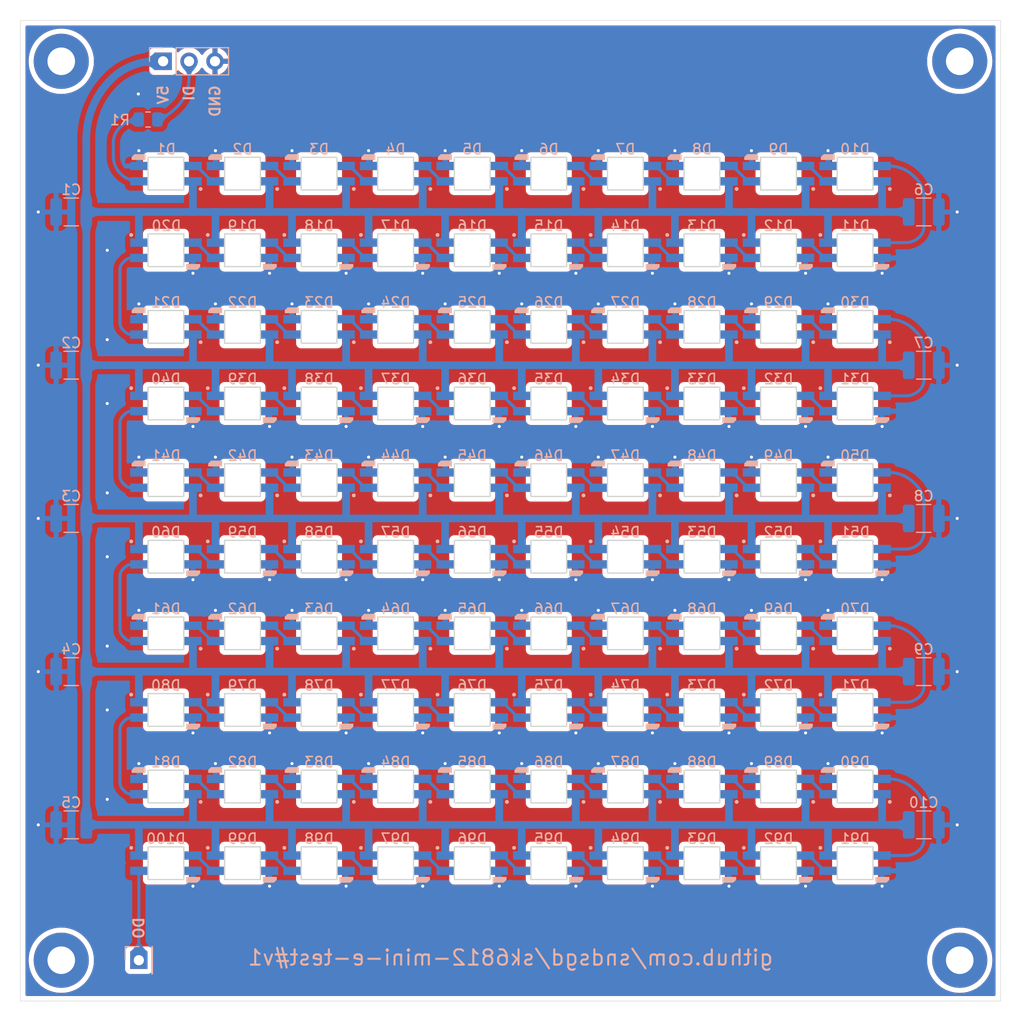
<source format=kicad_pcb>
(kicad_pcb (version 20240108) (generator "pcbnew") (generator_version "8.0")
  (layers (0 "F.Cu" signal) (31 "B.Cu" signal) (34 "B.Paste" user) (35 "F.Paste" user) (36 "B.SilkS" user "B.Silkscreen") (37 "F.SilkS" user "F.Silkscreen") (38 "B.Mask" user) (39 "F.Mask" user) (44 "Edge.Cuts" user))
  (net 0 "")
  (net 1 "+5V")
  (net 2 "Net-(D1-DIN)")
  (net 3 "GND")
  (net 4 "Net-(D1-DOUT)")
  (net 5 "Net-(D2-DOUT)")
  (net 6 "Net-(D3-DOUT)")
  (net 7 "Net-(D4-DOUT)")
  (net 8 "Net-(D5-DOUT)")
  (net 9 "Net-(D6-DOUT)")
  (net 10 "Net-(D7-DOUT)")
  (net 11 "Net-(D8-DOUT)")
  (net 12 "Net-(D10-DIN)")
  (net 13 "Net-(D10-DOUT)")
  (net 14 "Net-(D11-DOUT)")
  (net 15 "Net-(D12-DOUT)")
  (net 16 "Net-(D13-DOUT)")
  (net 17 "Net-(D14-DOUT)")
  (net 18 "Net-(D15-DOUT)")
  (net 19 "Net-(D16-DOUT)")
  (net 20 "Net-(D17-DOUT)")
  (net 21 "Net-(D18-DOUT)")
  (net 22 "Net-(D19-DOUT)")
  (net 23 "Net-(D20-DOUT)")
  (net 24 "Net-(D21-DOUT)")
  (net 25 "Net-(D41-DOUT)")
  (net 26 "Net-(D42-DOUT)")
  (net 27 "Net-(D43-DOUT)")
  (net 28 "Net-(D44-DOUT)")
  (net 29 "Net-(D45-DOUT)")
  (net 30 "Net-(D46-DOUT)")
  (net 31 "Net-(D47-DOUT)")
  (net 32 "Net-(D48-DOUT)")
  (net 33 "Net-(D49-DOUT)")
  (net 34 "Net-(D50-DOUT)")
  (net 35 "Net-(D51-DOUT)")
  (net 36 "Net-(D52-DOUT)")
  (net 37 "Net-(D53-DOUT)")
  (net 38 "Net-(D54-DOUT)")
  (net 39 "Net-(D56-DOUT)")
  (net 40 "Net-(D57-DOUT)")
  (net 41 "Net-(D58-DOUT)")
  (net 42 "Net-(D59-DOUT)")
  (net 43 "Net-(D60-DOUT)")
  (net 44 "Net-(D61-DOUT)")
  (net 45 "Net-(D81-DOUT)")
  (net 46 "Net-(D82-DOUT)")
  (net 47 "Net-(D83-DOUT)")
  (net 48 "Net-(D84-DOUT)")
  (net 49 "Net-(D85-DOUT)")
  (net 50 "Net-(D86-DOUT)")
  (net 51 "Net-(D87-DOUT)")
  (net 52 "Net-(D88-DOUT)")
  (net 53 "Net-(D89-DOUT)")
  (net 54 "Net-(D90-DOUT)")
  (net 55 "Net-(D91-DOUT)")
  (net 56 "Net-(D92-DOUT)")
  (net 57 "Net-(D93-DOUT)")
  (net 58 "Net-(D94-DOUT)")
  (net 59 "Net-(D96-DOUT)")
  (net 60 "Net-(D97-DOUT)")
  (net 61 "Net-(D98-DOUT)")
  (net 62 "Net-(D100-DIN)")
  (net 63 "Net-(D100-DOUT)")
  (net 64 "Net-(J1-Pin_2)")
  (net 65 "Net-(D55-DOUT)")
  (net 66 "Net-(D95-DOUT)")
  (net 67 "Net-(D22-DOUT)")
  (net 68 "Net-(D23-DOUT)")
  (net 69 "Net-(D24-DOUT)")
  (net 70 "Net-(D25-DOUT)")
  (net 71 "Net-(D26-DOUT)")
  (net 72 "Net-(D27-DOUT)")
  (net 73 "Net-(D28-DOUT)")
  (net 74 "Net-(D29-DOUT)")
  (net 75 "Net-(D30-DOUT)")
  (net 76 "Net-(D31-DOUT)")
  (net 77 "Net-(D32-DOUT)")
  (net 78 "Net-(D33-DOUT)")
  (net 79 "Net-(D34-DOUT)")
  (net 80 "Net-(D35-DOUT)")
  (net 81 "Net-(D36-DOUT)")
  (net 82 "Net-(D37-DOUT)")
  (net 83 "Net-(D38-DOUT)")
  (net 84 "Net-(D39-DOUT)")
  (net 85 "Net-(D40-DOUT)")
  (net 86 "Net-(D62-DOUT)")
  (net 87 "Net-(D63-DOUT)")
  (net 88 "Net-(D64-DOUT)")
  (net 89 "Net-(D65-DOUT)")
  (net 90 "Net-(D66-DOUT)")
  (net 91 "Net-(D67-DOUT)")
  (net 92 "Net-(D68-DOUT)")
  (net 93 "Net-(D69-DOUT)")
  (net 94 "Net-(D70-DOUT)")
  (net 95 "Net-(D71-DOUT)")
  (net 96 "Net-(D72-DOUT)")
  (net 97 "Net-(D73-DOUT)")
  (net 98 "Net-(D74-DOUT)")
  (net 99 "Net-(D75-DOUT)")
  (net 100 "Net-(D76-DOUT)")
  (net 101 "Net-(D77-DOUT)")
  (net 102 "Net-(D78-DOUT)")
  (net 103 "Net-(D79-DOUT)")
  (net 104 "Net-(D80-DOUT)")
  (footprint "project:SK6812-MINI-E-BACK" (layer "F.Cu") (at 49.25 56.75)
    (property "Reference" "D38")
    (property "Value" "SK6812-MINI-E" (hide yes))
    (fp_line (start -1.75 -1.6) (end 1.75 -1.6) (stroke (width 0.12)) (layer "Edge.Cuts"))
    (fp_line (start -1.75 1.6) (end -1.75 -1.6) (stroke (width 0.12)) (layer "Edge.Cuts"))
    (fp_line (start 1.75 -1.6) (end 1.75 1.6) (stroke (width 0.12)) (layer "Edge.Cuts"))
    (fp_line (start 1.75 1.6) (end -1.75 1.6) (stroke (width 0.12)) (layer "Edge.Cuts"))
  )
  (footprint "project:SK6812-MINI-E-BACK" (layer "F.Cu") (at 41.75 94.25 180)
    (property "Reference" "D82")
    (property "Value" "SK6812-MINI-E" (hide yes))
    (fp_line (start 1.75 1.6) (end -1.75 1.6) (stroke (width 0.12)) (layer "Edge.Cuts"))
    (fp_line (start 1.75 -1.6) (end 1.75 1.6) (stroke (width 0.12)) (layer "Edge.Cuts"))
    (fp_line (start -1.75 1.6) (end -1.75 -1.6) (stroke (width 0.12)) (layer "Edge.Cuts"))
    (fp_line (start -1.75 -1.6) (end 1.75 -1.6) (stroke (width 0.12)) (layer "Edge.Cuts"))
  )
  (footprint "project:SK6812-MINI-E-BACK" (layer "F.Cu") (at 41.75 56.75)
    (property "Reference" "D39")
    (property "Value" "SK6812-MINI-E" (hide yes))
    (fp_line (start -1.75 -1.6) (end 1.75 -1.6) (stroke (width 0.12)) (layer "Edge.Cuts"))
    (fp_line (start -1.75 1.6) (end -1.75 -1.6) (stroke (width 0.12)) (layer "Edge.Cuts"))
    (fp_line (start 1.75 -1.6) (end 1.75 1.6) (stroke (width 0.12)) (layer "Edge.Cuts"))
    (fp_line (start 1.75 1.6) (end -1.75 1.6) (stroke (width 0.12)) (layer "Edge.Cuts"))
  )
  (footprint "MountingHole:MountingHole_2.7mm_Pad_TopBottom" (layer "F.Cu") (at 112 23.25)
    (property "Reference" "H2" (hide yes))
    (property "Value" "INT")
  )
  (footprint "project:SK6812-MINI-E-BACK" (layer "F.Cu") (at 101.75 34.25 180)
    (property "Reference" "D10")
    (property "Value" "SK6812-MINI-E" (hide yes))
    (fp_line (start 1.75 1.6) (end -1.75 1.6) (stroke (width 0.12)) (layer "Edge.Cuts"))
    (fp_line (start 1.75 -1.6) (end 1.75 1.6) (stroke (width 0.12)) (layer "Edge.Cuts"))
    (fp_line (start -1.75 1.6) (end -1.75 -1.6) (stroke (width 0.12)) (layer "Edge.Cuts"))
    (fp_line (start -1.75 -1.6) (end 1.75 -1.6) (stroke (width 0.12)) (layer "Edge.Cuts"))
  )
  (footprint "project:SK6812-MINI-E-BACK" (layer "F.Cu") (at 41.75 41.75)
    (property "Reference" "D19")
    (property "Value" "SK6812-MINI-E" (hide yes))
    (fp_line (start -1.75 -1.6) (end 1.75 -1.6) (stroke (width 0.12)) (layer "Edge.Cuts"))
    (fp_line (start -1.75 1.6) (end -1.75 -1.6) (stroke (width 0.12)) (layer "Edge.Cuts"))
    (fp_line (start 1.75 -1.6) (end 1.75 1.6) (stroke (width 0.12)) (layer "Edge.Cuts"))
    (fp_line (start 1.75 1.6) (end -1.75 1.6) (stroke (width 0.12)) (layer "Edge.Cuts"))
  )
  (footprint "project:SK6812-MINI-E-BACK" (layer "F.Cu") (at 79.25 49.25 180)
    (property "Reference" "D27")
    (property "Value" "SK6812-MINI-E" (hide yes))
    (fp_line (start 1.75 1.6) (end -1.75 1.6) (stroke (width 0.12)) (layer "Edge.Cuts"))
    (fp_line (start 1.75 -1.6) (end 1.75 1.6) (stroke (width 0.12)) (layer "Edge.Cuts"))
    (fp_line (start -1.75 1.6) (end -1.75 -1.6) (stroke (width 0.12)) (layer "Edge.Cuts"))
    (fp_line (start -1.75 -1.6) (end 1.75 -1.6) (stroke (width 0.12)) (layer "Edge.Cuts"))
  )
  (footprint "project:SK6812-MINI-E-BACK" (layer "F.Cu") (at 41.75 64.25 180)
    (property "Reference" "D42")
    (property "Value" "SK6812-MINI-E" (hide yes))
    (fp_line (start 1.75 1.6) (end -1.75 1.6) (stroke (width 0.12)) (layer "Edge.Cuts"))
    (fp_line (start 1.75 -1.6) (end 1.75 1.6) (stroke (width 0.12)) (layer "Edge.Cuts"))
    (fp_line (start -1.75 1.6) (end -1.75 -1.6) (stroke (width 0.12)) (layer "Edge.Cuts"))
    (fp_line (start -1.75 -1.6) (end 1.75 -1.6) (stroke (width 0.12)) (layer "Edge.Cuts"))
  )
  (footprint "project:SK6812-MINI-E-BACK" (layer "F.Cu") (at 71.75 79.25 180)
    (property "Reference" "D66")
    (property "Value" "SK6812-MINI-E" (hide yes))
    (fp_line (start 1.75 1.6) (end -1.75 1.6) (stroke (width 0.12)) (layer "Edge.Cuts"))
    (fp_line (start 1.75 -1.6) (end 1.75 1.6) (stroke (width 0.12)) (layer "Edge.Cuts"))
    (fp_line (start -1.75 1.6) (end -1.75 -1.6) (stroke (width 0.12)) (layer "Edge.Cuts"))
    (fp_line (start -1.75 -1.6) (end 1.75 -1.6) (stroke (width 0.12)) (layer "Edge.Cuts"))
  )
  (footprint "project:SK6812-MINI-E-BACK" (layer "F.Cu") (at 41.75 79.25 180)
    (property "Reference" "D62")
    (property "Value" "SK6812-MINI-E" (hide yes))
    (fp_line (start 1.75 1.6) (end -1.75 1.6) (stroke (width 0.12)) (layer "Edge.Cuts"))
    (fp_line (start 1.75 -1.6) (end 1.75 1.6) (stroke (width 0.12)) (layer "Edge.Cuts"))
    (fp_line (start -1.75 1.6) (end -1.75 -1.6) (stroke (width 0.12)) (layer "Edge.Cuts"))
    (fp_line (start -1.75 -1.6) (end 1.75 -1.6) (stroke (width 0.12)) (layer "Edge.Cuts"))
  )
  (footprint "project:SK6812-MINI-E-BACK" (layer "F.Cu") (at 101.75 56.75)
    (property "Reference" "D31")
    (property "Value" "SK6812-MINI-E" (hide yes))
    (fp_line (start -1.75 -1.6) (end 1.75 -1.6) (stroke (width 0.12)) (layer "Edge.Cuts"))
    (fp_line (start -1.75 1.6) (end -1.75 -1.6) (stroke (width 0.12)) (layer "Edge.Cuts"))
    (fp_line (start 1.75 -1.6) (end 1.75 1.6) (stroke (width 0.12)) (layer "Edge.Cuts"))
    (fp_line (start 1.75 1.6) (end -1.75 1.6) (stroke (width 0.12)) (layer "Edge.Cuts"))
  )
  (footprint "project:SK6812-MINI-E-BACK" (layer "F.Cu") (at 34.25 34.25 180)
    (property "Reference" "D1")
    (property "Value" "SK6812-MINI-E" (hide yes))
    (fp_line (start 1.75 1.6) (end -1.75 1.6) (stroke (width 0.12)) (layer "Edge.Cuts"))
    (fp_line (start 1.75 -1.6) (end 1.75 1.6) (stroke (width 0.12)) (layer "Edge.Cuts"))
    (fp_line (start -1.75 1.6) (end -1.75 -1.6) (stroke (width 0.12)) (layer "Edge.Cuts"))
    (fp_line (start -1.75 -1.6) (end 1.75 -1.6) (stroke (width 0.12)) (layer "Edge.Cuts"))
  )
  (footprint "project:SK6812-MINI-E-BACK" (layer "F.Cu") (at 94.25 94.25 180)
    (property "Reference" "D89")
    (property "Value" "SK6812-MINI-E" (hide yes))
    (fp_line (start 1.75 1.6) (end -1.75 1.6) (stroke (width 0.12)) (layer "Edge.Cuts"))
    (fp_line (start 1.75 -1.6) (end 1.75 1.6) (stroke (width 0.12)) (layer "Edge.Cuts"))
    (fp_line (start -1.75 1.6) (end -1.75 -1.6) (stroke (width 0.12)) (layer "Edge.Cuts"))
    (fp_line (start -1.75 -1.6) (end 1.75 -1.6) (stroke (width 0.12)) (layer "Edge.Cuts"))
  )
  (footprint "project:SK6812-MINI-E-BACK" (layer "F.Cu") (at 101.75 86.75)
    (property "Reference" "D71")
    (property "Value" "SK6812-MINI-E" (hide yes))
    (fp_line (start -1.75 -1.6) (end 1.75 -1.6) (stroke (width 0.12)) (layer "Edge.Cuts"))
    (fp_line (start -1.75 1.6) (end -1.75 -1.6) (stroke (width 0.12)) (layer "Edge.Cuts"))
    (fp_line (start 1.75 -1.6) (end 1.75 1.6) (stroke (width 0.12)) (layer "Edge.Cuts"))
    (fp_line (start 1.75 1.6) (end -1.75 1.6) (stroke (width 0.12)) (layer "Edge.Cuts"))
  )
  (footprint "project:SK6812-MINI-E-BACK" (layer "F.Cu") (at 94.25 79.25 180)
    (property "Reference" "D69")
    (property "Value" "SK6812-MINI-E" (hide yes))
    (fp_line (start 1.75 1.6) (end -1.75 1.6) (stroke (width 0.12)) (layer "Edge.Cuts"))
    (fp_line (start 1.75 -1.6) (end 1.75 1.6) (stroke (width 0.12)) (layer "Edge.Cuts"))
    (fp_line (start -1.75 1.6) (end -1.75 -1.6) (stroke (width 0.12)) (layer "Edge.Cuts"))
    (fp_line (start -1.75 -1.6) (end 1.75 -1.6) (stroke (width 0.12)) (layer "Edge.Cuts"))
  )
  (footprint "project:SK6812-MINI-E-BACK" (layer "F.Cu") (at 71.75 49.25 180)
    (property "Reference" "D26")
    (property "Value" "SK6812-MINI-E" (hide yes))
    (fp_line (start 1.75 1.6) (end -1.75 1.6) (stroke (width 0.12)) (layer "Edge.Cuts"))
    (fp_line (start 1.75 -1.6) (end 1.75 1.6) (stroke (width 0.12)) (layer "Edge.Cuts"))
    (fp_line (start -1.75 1.6) (end -1.75 -1.6) (stroke (width 0.12)) (layer "Edge.Cuts"))
    (fp_line (start -1.75 -1.6) (end 1.75 -1.6) (stroke (width 0.12)) (layer "Edge.Cuts"))
  )
  (footprint "project:SK6812-MINI-E-BACK" (layer "F.Cu") (at 86.75 34.25 180)
    (property "Reference" "D8")
    (property "Value" "SK6812-MINI-E" (hide yes))
    (fp_line (start 1.75 1.6) (end -1.75 1.6) (stroke (width 0.12)) (layer "Edge.Cuts"))
    (fp_line (start 1.75 -1.6) (end 1.75 1.6) (stroke (width 0.12)) (layer "Edge.Cuts"))
    (fp_line (start -1.75 1.6) (end -1.75 -1.6) (stroke (width 0.12)) (layer "Edge.Cuts"))
    (fp_line (start -1.75 -1.6) (end 1.75 -1.6) (stroke (width 0.12)) (layer "Edge.Cuts"))
  )
  (footprint "project:SK6812-MINI-E-BACK" (layer "F.Cu") (at 86.75 94.25 180)
    (property "Reference" "D88")
    (property "Value" "SK6812-MINI-E" (hide yes))
    (fp_line (start 1.75 1.6) (end -1.75 1.6) (stroke (width 0.12)) (layer "Edge.Cuts"))
    (fp_line (start 1.75 -1.6) (end 1.75 1.6) (stroke (width 0.12)) (layer "Edge.Cuts"))
    (fp_line (start -1.75 1.6) (end -1.75 -1.6) (stroke (width 0.12)) (layer "Edge.Cuts"))
    (fp_line (start -1.75 -1.6) (end 1.75 -1.6) (stroke (width 0.12)) (layer "Edge.Cuts"))
  )
  (footprint "project:SK6812-MINI-E-BACK" (layer "F.Cu") (at 79.25 64.25 180)
    (property "Reference" "D47")
    (property "Value" "SK6812-MINI-E" (hide yes))
    (fp_line (start 1.75 1.6) (end -1.75 1.6) (stroke (width 0.12)) (layer "Edge.Cuts"))
    (fp_line (start 1.75 -1.6) (end 1.75 1.6) (stroke (width 0.12)) (layer "Edge.Cuts"))
    (fp_line (start -1.75 1.6) (end -1.75 -1.6) (stroke (width 0.12)) (layer "Edge.Cuts"))
    (fp_line (start -1.75 -1.6) (end 1.75 -1.6) (stroke (width 0.12)) (layer "Edge.Cuts"))
  )
  (footprint "project:SK6812-MINI-E-BACK" (layer "F.Cu") (at 49.25 41.75)
    (property "Reference" "D18")
    (property "Value" "SK6812-MINI-E" (hide yes))
    (fp_line (start -1.75 -1.6) (end 1.75 -1.6) (stroke (width 0.12)) (layer "Edge.Cuts"))
    (fp_line (start -1.75 1.6) (end -1.75 -1.6) (stroke (width 0.12)) (layer "Edge.Cuts"))
    (fp_line (start 1.75 -1.6) (end 1.75 1.6) (stroke (width 0.12)) (layer "Edge.Cuts"))
    (fp_line (start 1.75 1.6) (end -1.75 1.6) (stroke (width 0.12)) (layer "Edge.Cuts"))
  )
  (footprint "project:SK6812-MINI-E-BACK" (layer "F.Cu") (at 56.75 86.75)
    (property "Reference" "D77")
    (property "Value" "SK6812-MINI-E" (hide yes))
    (fp_line (start -1.75 -1.6) (end 1.75 -1.6) (stroke (width 0.12)) (layer "Edge.Cuts"))
    (fp_line (start -1.75 1.6) (end -1.75 -1.6) (stroke (width 0.12)) (layer "Edge.Cuts"))
    (fp_line (start 1.75 -1.6) (end 1.75 1.6) (stroke (width 0.12)) (layer "Edge.Cuts"))
    (fp_line (start 1.75 1.6) (end -1.75 1.6) (stroke (width 0.12)) (layer "Edge.Cuts"))
  )
  (footprint "project:SK6812-MINI-E-BACK" (layer "F.Cu") (at 86.75 86.75)
    (property "Reference" "D73")
    (property "Value" "SK6812-MINI-E" (hide yes))
    (fp_line (start -1.75 -1.6) (end 1.75 -1.6) (stroke (width 0.12)) (layer "Edge.Cuts"))
    (fp_line (start -1.75 1.6) (end -1.75 -1.6) (stroke (width 0.12)) (layer "Edge.Cuts"))
    (fp_line (start 1.75 -1.6) (end 1.75 1.6) (stroke (width 0.12)) (layer "Edge.Cuts"))
    (fp_line (start 1.75 1.6) (end -1.75 1.6) (stroke (width 0.12)) (layer "Edge.Cuts"))
  )
  (footprint "project:SK6812-MINI-E-BACK" (layer "F.Cu") (at 79.25 86.75)
    (property "Reference" "D74")
    (property "Value" "SK6812-MINI-E" (hide yes))
    (fp_line (start -1.75 -1.6) (end 1.75 -1.6) (stroke (width 0.12)) (layer "Edge.Cuts"))
    (fp_line (start -1.75 1.6) (end -1.75 -1.6) (stroke (width 0.12)) (layer "Edge.Cuts"))
    (fp_line (start 1.75 -1.6) (end 1.75 1.6) (stroke (width 0.12)) (layer "Edge.Cuts"))
    (fp_line (start 1.75 1.6) (end -1.75 1.6) (stroke (width 0.12)) (layer "Edge.Cuts"))
  )
  (footprint "project:SK6812-MINI-E-BACK" (layer "F.Cu") (at 56.75 49.25 180)
    (property "Reference" "D24")
    (property "Value" "SK6812-MINI-E" (hide yes))
    (fp_line (start 1.75 1.6) (end -1.75 1.6) (stroke (width 0.12)) (layer "Edge.Cuts"))
    (fp_line (start 1.75 -1.6) (end 1.75 1.6) (stroke (width 0.12)) (layer "Edge.Cuts"))
    (fp_line (start -1.75 1.6) (end -1.75 -1.6) (stroke (width 0.12)) (layer "Edge.Cuts"))
    (fp_line (start -1.75 -1.6) (end 1.75 -1.6) (stroke (width 0.12)) (layer "Edge.Cuts"))
  )
  (footprint "project:SK6812-MINI-E-BACK" (layer "F.Cu") (at 71.75 64.25 180)
    (property "Reference" "D46")
    (property "Value" "SK6812-MINI-E" (hide yes))
    (fp_line (start 1.75 1.6) (end -1.75 1.6) (stroke (width 0.12)) (layer "Edge.Cuts"))
    (fp_line (start 1.75 -1.6) (end 1.75 1.6) (stroke (width 0.12)) (layer "Edge.Cuts"))
    (fp_line (start -1.75 1.6) (end -1.75 -1.6) (stroke (width 0.12)) (layer "Edge.Cuts"))
    (fp_line (start -1.75 -1.6) (end 1.75 -1.6) (stroke (width 0.12)) (layer "Edge.Cuts"))
  )
  (footprint "project:SK6812-MINI-E-BACK" (layer "F.Cu") (at 94.25 34.25 180)
    (property "Reference" "D9")
    (property "Value" "SK6812-MINI-E" (hide yes))
    (fp_line (start 1.75 1.6) (end -1.75 1.6) (stroke (width 0.12)) (layer "Edge.Cuts"))
    (fp_line (start 1.75 -1.6) (end 1.75 1.6) (stroke (width 0.12)) (layer "Edge.Cuts"))
    (fp_line (start -1.75 1.6) (end -1.75 -1.6) (stroke (width 0.12)) (layer "Edge.Cuts"))
    (fp_line (start -1.75 -1.6) (end 1.75 -1.6) (stroke (width 0.12)) (layer "Edge.Cuts"))
  )
  (footprint "project:SK6812-MINI-E-BACK" (layer "F.Cu") (at 101.75 64.25 180)
    (property "Reference" "D50")
    (property "Value" "SK6812-MINI-E" (hide yes))
    (fp_line (start 1.75 1.6) (end -1.75 1.6) (stroke (width 0.12)) (layer "Edge.Cuts"))
    (fp_line (start 1.75 -1.6) (end 1.75 1.6) (stroke (width 0.12)) (layer "Edge.Cuts"))
    (fp_line (start -1.75 1.6) (end -1.75 -1.6) (stroke (width 0.12)) (layer "Edge.Cuts"))
    (fp_line (start -1.75 -1.6) (end 1.75 -1.6) (stroke (width 0.12)) (layer "Edge.Cuts"))
  )
  (footprint "project:SK6812-MINI-E-BACK" (layer "F.Cu") (at 64.25 79.25 180)
    (property "Reference" "D65")
    (property "Value" "SK6812-MINI-E" (hide yes))
    (fp_line (start 1.75 1.6) (end -1.75 1.6) (stroke (width 0.12)) (layer "Edge.Cuts"))
    (fp_line (start 1.75 -1.6) (end 1.75 1.6) (stroke (width 0.12)) (layer "Edge.Cuts"))
    (fp_line (start -1.75 1.6) (end -1.75 -1.6) (stroke (width 0.12)) (layer "Edge.Cuts"))
    (fp_line (start -1.75 -1.6) (end 1.75 -1.6) (stroke (width 0.12)) (layer "Edge.Cuts"))
  )
  (footprint "project:SK6812-MINI-E-BACK" (layer "F.Cu") (at 34.25 71.75)
    (property "Reference" "D60")
    (property "Value" "SK6812-MINI-E" (hide yes))
    (fp_line (start -1.75 -1.6) (end 1.75 -1.6) (stroke (width 0.12)) (layer "Edge.Cuts"))
    (fp_line (start -1.75 1.6) (end -1.75 -1.6) (stroke (width 0.12)) (layer "Edge.Cuts"))
    (fp_line (start 1.75 -1.6) (end 1.75 1.6) (stroke (width 0.12)) (layer "Edge.Cuts"))
    (fp_line (start 1.75 1.6) (end -1.75 1.6) (stroke (width 0.12)) (layer "Edge.Cuts"))
  )
  (footprint "project:SK6812-MINI-E-BACK" (layer "F.Cu") (at 56.75 34.25 180)
    (property "Reference" "D4")
    (property "Value" "SK6812-MINI-E" (hide yes))
    (fp_line (start 1.75 1.6) (end -1.75 1.6) (stroke (width 0.12)) (layer "Edge.Cuts"))
    (fp_line (start 1.75 -1.6) (end 1.75 1.6) (stroke (width 0.12)) (layer "Edge.Cuts"))
    (fp_line (start -1.75 1.6) (end -1.75 -1.6) (stroke (width 0.12)) (layer "Edge.Cuts"))
    (fp_line (start -1.75 -1.6) (end 1.75 -1.6) (stroke (width 0.12)) (layer "Edge.Cuts"))
  )
  (footprint "project:SK6812-MINI-E-BACK" (layer "F.Cu") (at 34.25 79.25 180)
    (property "Reference" "D61")
    (property "Value" "SK6812-MINI-E" (hide yes))
    (fp_line (start 1.75 1.6) (end -1.75 1.6) (stroke (width 0.12)) (layer "Edge.Cuts"))
    (fp_line (start 1.75 -1.6) (end 1.75 1.6) (stroke (width 0.12)) (layer "Edge.Cuts"))
    (fp_line (start -1.75 1.6) (end -1.75 -1.6) (stroke (width 0.12)) (layer "Edge.Cuts"))
    (fp_line (start -1.75 -1.6) (end 1.75 -1.6) (stroke (width 0.12)) (layer "Edge.Cuts"))
  )
  (footprint "project:SK6812-MINI-E-BACK" (layer "F.Cu") (at 56.75 101.75)
    (property "Reference" "D97")
    (property "Value" "SK6812-MINI-E" (hide yes))
    (fp_line (start -1.75 -1.6) (end 1.75 -1.6) (stroke (width 0.12)) (layer "Edge.Cuts"))
    (fp_line (start -1.75 1.6) (end -1.75 -1.6) (stroke (width 0.12)) (layer "Edge.Cuts"))
    (fp_line (start 1.75 -1.6) (end 1.75 1.6) (stroke (width 0.12)) (layer "Edge.Cuts"))
    (fp_line (start 1.75 1.6) (end -1.75 1.6) (stroke (width 0.12)) (layer "Edge.Cuts"))
  )
  (footprint "project:SK6812-MINI-E-BACK" (layer "F.Cu") (at 94.25 41.75)
    (property "Reference" "D12")
    (property "Value" "SK6812-MINI-E" (hide yes))
    (fp_line (start -1.75 -1.6) (end 1.75 -1.6) (stroke (width 0.12)) (layer "Edge.Cuts"))
    (fp_line (start -1.75 1.6) (end -1.75 -1.6) (stroke (width 0.12)) (layer "Edge.Cuts"))
    (fp_line (start 1.75 -1.6) (end 1.75 1.6) (stroke (width 0.12)) (layer "Edge.Cuts"))
    (fp_line (start 1.75 1.6) (end -1.75 1.6) (stroke (width 0.12)) (layer "Edge.Cuts"))
  )
  (footprint "project:SK6812-MINI-E-BACK" (layer "F.Cu") (at 64.25 49.25 180)
    (property "Reference" "D25")
    (property "Value" "SK6812-MINI-E" (hide yes))
    (fp_line (start 1.75 1.6) (end -1.75 1.6) (stroke (width 0.12)) (layer "Edge.Cuts"))
    (fp_line (start 1.75 -1.6) (end 1.75 1.6) (stroke (width 0.12)) (layer "Edge.Cuts"))
    (fp_line (start -1.75 1.6) (end -1.75 -1.6) (stroke (width 0.12)) (layer "Edge.Cuts"))
    (fp_line (start -1.75 -1.6) (end 1.75 -1.6) (stroke (width 0.12)) (layer "Edge.Cuts"))
  )
  (footprint "project:SK6812-MINI-E-BACK" (layer "F.Cu") (at 71.75 94.25 180)
    (property "Reference" "D86")
    (property "Value" "SK6812-MINI-E" (hide yes))
    (fp_line (start 1.75 1.6) (end -1.75 1.6) (stroke (width 0.12)) (layer "Edge.Cuts"))
    (fp_line (start 1.75 -1.6) (end 1.75 1.6) (stroke (width 0.12)) (layer "Edge.Cuts"))
    (fp_line (start -1.75 1.6) (end -1.75 -1.6) (stroke (width 0.12)) (layer "Edge.Cuts"))
    (fp_line (start -1.75 -1.6) (end 1.75 -1.6) (stroke (width 0.12)) (layer "Edge.Cuts"))
  )
  (footprint "MountingHole:MountingHole_2.7mm_Pad_TopBottom" (layer "F.Cu") (at 112 111.25)
    (property "Reference" "H4" (hide yes))
    (property "Value" "INT")
  )
  (footprint "project:SK6812-MINI-E-BACK" (layer "F.Cu") (at 86.75 49.25 180)
    (property "Reference" "D28")
    (property "Value" "SK6812-MINI-E" (hide yes))
    (fp_line (start 1.75 1.6) (end -1.75 1.6) (stroke (width 0.12)) (layer "Edge.Cuts"))
    (fp_line (start 1.75 -1.6) (end 1.75 1.6) (stroke (width 0.12)) (layer "Edge.Cuts"))
    (fp_line (start -1.75 1.6) (end -1.75 -1.6) (stroke (width 0.12)) (layer "Edge.Cuts"))
    (fp_line (start -1.75 -1.6) (end 1.75 -1.6) (stroke (width 0.12)) (layer "Edge.Cuts"))
  )
  (footprint "project:SK6812-MINI-E-BACK" (layer "F.Cu") (at 41.75 86.75)
    (property "Reference" "D79")
    (property "Value" "SK6812-MINI-E" (hide yes))
    (fp_line (start -1.75 -1.6) (end 1.75 -1.6) (stroke (width 0.12)) (layer "Edge.Cuts"))
    (fp_line (start -1.75 1.6) (end -1.75 -1.6) (stroke (width 0.12)) (layer "Edge.Cuts"))
    (fp_line (start 1.75 -1.6) (end 1.75 1.6) (stroke (width 0.12)) (layer "Edge.Cuts"))
    (fp_line (start 1.75 1.6) (end -1.75 1.6) (stroke (width 0.12)) (layer "Edge.Cuts"))
  )
  (footprint "project:SK6812-MINI-E-BACK" (layer "F.Cu") (at 41.75 34.25 180)
    (property "Reference" "D2")
    (property "Value" "SK6812-MINI-E" (hide yes))
    (fp_line (start 1.75 1.6) (end -1.75 1.6) (stroke (width 0.12)) (layer "Edge.Cuts"))
    (fp_line (start 1.75 -1.6) (end 1.75 1.6) (stroke (width 0.12)) (layer "Edge.Cuts"))
    (fp_line (start -1.75 1.6) (end -1.75 -1.6) (stroke (width 0.12)) (layer "Edge.Cuts"))
    (fp_line (start -1.75 -1.6) (end 1.75 -1.6) (stroke (width 0.12)) (layer "Edge.Cuts"))
  )
  (footprint "project:SK6812-MINI-E-BACK" (layer "F.Cu") (at 64.25 34.25 180)
    (property "Reference" "D5")
    (property "Value" "SK6812-MINI-E" (hide yes))
    (fp_line (start 1.75 1.6) (end -1.75 1.6) (stroke (width 0.12)) (layer "Edge.Cuts"))
    (fp_line (start 1.75 -1.6) (end 1.75 1.6) (stroke (width 0.12)) (layer "Edge.Cuts"))
    (fp_line (start -1.75 1.6) (end -1.75 -1.6) (stroke (width 0.12)) (layer "Edge.Cuts"))
    (fp_line (start -1.75 -1.6) (end 1.75 -1.6) (stroke (width 0.12)) (layer "Edge.Cuts"))
  )
  (footprint "project:SK6812-MINI-E-BACK" (layer "F.Cu") (at 49.25 101.75)
    (property "Reference" "D98")
    (property "Value" "SK6812-MINI-E" (hide yes))
    (fp_line (start -1.75 -1.6) (end 1.75 -1.6) (stroke (width 0.12)) (layer "Edge.Cuts"))
    (fp_line (start -1.75 1.6) (end -1.75 -1.6) (stroke (width 0.12)) (layer "Edge.Cuts"))
    (fp_line (start 1.75 -1.6) (end 1.75 1.6) (stroke (width 0.12)) (layer "Edge.Cuts"))
    (fp_line (start 1.75 1.6) (end -1.75 1.6) (stroke (width 0.12)) (layer "Edge.Cuts"))
  )
  (footprint "project:SK6812-MINI-E-BACK" (layer "F.Cu") (at 101.75 79.25 180)
    (property "Reference" "D70")
    (property "Value" "SK6812-MINI-E" (hide yes))
    (fp_line (start 1.75 1.6) (end -1.75 1.6) (stroke (width 0.12)) (layer "Edge.Cuts"))
    (fp_line (start 1.75 -1.6) (end 1.75 1.6) (stroke (width 0.12)) (layer "Edge.Cuts"))
    (fp_line (start -1.75 1.6) (end -1.75 -1.6) (stroke (width 0.12)) (layer "Edge.Cuts"))
    (fp_line (start -1.75 -1.6) (end 1.75 -1.6) (stroke (width 0.12)) (layer "Edge.Cuts"))
  )
  (footprint "project:SK6812-MINI-E-BACK" (layer "F.Cu") (at 49.25 49.25 180)
    (property "Reference" "D23")
    (property "Value" "SK6812-MINI-E" (hide yes))
    (fp_line (start 1.75 1.6) (end -1.75 1.6) (stroke (width 0.12)) (layer "Edge.Cuts"))
    (fp_line (start 1.75 -1.6) (end 1.75 1.6) (stroke (width 0.12)) (layer "Edge.Cuts"))
    (fp_line (start -1.75 1.6) (end -1.75 -1.6) (stroke (width 0.12)) (layer "Edge.Cuts"))
    (fp_line (start -1.75 -1.6) (end 1.75 -1.6) (stroke (width 0.12)) (layer "Edge.Cuts"))
  )
  (footprint "project:SK6812-MINI-E-BACK" (layer "F.Cu") (at 101.75 94.25 180)
    (property "Reference" "D90")
    (property "Value" "SK6812-MINI-E" (hide yes))
    (fp_line (start 1.75 1.6) (end -1.75 1.6) (stroke (width 0.12)) (layer "Edge.Cuts"))
    (fp_line (start 1.75 -1.6) (end 1.75 1.6) (stroke (width 0.12)) (layer "Edge.Cuts"))
    (fp_line (start -1.75 1.6) (end -1.75 -1.6) (stroke (width 0.12)) (layer "Edge.Cuts"))
    (fp_line (start -1.75 -1.6) (end 1.75 -1.6) (stroke (width 0.12)) (layer "Edge.Cuts"))
  )
  (footprint "project:SK6812-MINI-E-BACK" (layer "F.Cu") (at 94.25 56.75)
    (property "Reference" "D32")
    (property "Value" "SK6812-MINI-E" (hide yes))
    (fp_line (start -1.75 -1.6) (end 1.75 -1.6) (stroke (width 0.12)) (layer "Edge.Cuts"))
    (fp_line (start -1.75 1.6) (end -1.75 -1.6) (stroke (width 0.12)) (layer "Edge.Cuts"))
    (fp_line (start 1.75 -1.6) (end 1.75 1.6) (stroke (width 0.12)) (layer "Edge.Cuts"))
    (fp_line (start 1.75 1.6) (end -1.75 1.6) (stroke (width 0.12)) (layer "Edge.Cuts"))
  )
  (footprint "project:SK6812-MINI-E-BACK" (layer "F.Cu") (at 71.75 86.75)
    (property "Reference" "D75")
    (property "Value" "SK6812-MINI-E" (hide yes))
    (fp_line (start -1.75 -1.6) (end 1.75 -1.6) (stroke (width 0.12)) (layer "Edge.Cuts"))
    (fp_line (start -1.75 1.6) (end -1.75 -1.6) (stroke (width 0.12)) (layer "Edge.Cuts"))
    (fp_line (start 1.75 -1.6) (end 1.75 1.6) (stroke (width 0.12)) (layer "Edge.Cuts"))
    (fp_line (start 1.75 1.6) (end -1.75 1.6) (stroke (width 0.12)) (layer "Edge.Cuts"))
  )
  (footprint "project:SK6812-MINI-E-BACK" (layer "F.Cu") (at 34.25 56.75)
    (property "Reference" "D40")
    (property "Value" "SK6812-MINI-E" (hide yes))
    (fp_line (start -1.75 -1.6) (end 1.75 -1.6) (stroke (width 0.12)) (layer "Edge.Cuts"))
    (fp_line (start -1.75 1.6) (end -1.75 -1.6) (stroke (width 0.12)) (layer "Edge.Cuts"))
    (fp_line (start 1.75 -1.6) (end 1.75 1.6) (stroke (width 0.12)) (layer "Edge.Cuts"))
    (fp_line (start 1.75 1.6) (end -1.75 1.6) (stroke (width 0.12)) (layer "Edge.Cuts"))
  )
  (footprint "project:SK6812-MINI-E-BACK" (layer "F.Cu") (at 56.75 41.75)
    (property "Reference" "D17")
    (property "Value" "SK6812-MINI-E" (hide yes))
    (fp_line (start -1.75 -1.6) (end 1.75 -1.6) (stroke (width 0.12)) (layer "Edge.Cuts"))
    (fp_line (start -1.75 1.6) (end -1.75 -1.6) (stroke (width 0.12)) (layer "Edge.Cuts"))
    (fp_line (start 1.75 -1.6) (end 1.75 1.6) (stroke (width 0.12)) (layer "Edge.Cuts"))
    (fp_line (start 1.75 1.6) (end -1.75 1.6) (stroke (width 0.12)) (layer "Edge.Cuts"))
  )
  (footprint "project:SK6812-MINI-E-BACK" (layer "F.Cu") (at 56.75 56.75)
    (property "Reference" "D37")
    (property "Value" "SK6812-MINI-E" (hide yes))
    (fp_line (start -1.75 -1.6) (end 1.75 -1.6) (stroke (width 0.12)) (layer "Edge.Cuts"))
    (fp_line (start -1.75 1.6) (end -1.75 -1.6) (stroke (width 0.12)) (layer "Edge.Cuts"))
    (fp_line (start 1.75 -1.6) (end 1.75 1.6) (stroke (width 0.12)) (layer "Edge.Cuts"))
    (fp_line (start 1.75 1.6) (end -1.75 1.6) (stroke (width 0.12)) (layer "Edge.Cuts"))
  )
  (footprint "project:SK6812-MINI-E-BACK" (layer "F.Cu") (at 34.25 101.75)
    (property "Reference" "D100")
    (property "Value" "SK6812-MINI-E" (hide yes))
    (fp_line (start -1.75 -1.6) (end 1.75 -1.6) (stroke (width 0.12)) (layer "Edge.Cuts"))
    (fp_line (start -1.75 1.6) (end -1.75 -1.6) (stroke (width 0.12)) (layer "Edge.Cuts"))
    (fp_line (start 1.75 -1.6) (end 1.75 1.6) (stroke (width 0.12)) (layer "Edge.Cuts"))
    (fp_line (start 1.75 1.6) (end -1.75 1.6) (stroke (width 0.12)) (layer "Edge.Cuts"))
  )
  (footprint "MountingHole:MountingHole_2.7mm_Pad_TopBottom" (layer "F.Cu") (at 24 111.25)
    (property "Reference" "H3" (hide yes))
    (property "Value" "INT")
  )
  (footprint "project:SK6812-MINI-E-BACK" (layer "F.Cu") (at 34.25 86.75)
    (property "Reference" "D80")
    (property "Value" "SK6812-MINI-E" (hide yes))
    (fp_line (start -1.75 -1.6) (end 1.75 -1.6) (stroke (width 0.12)) (layer "Edge.Cuts"))
    (fp_line (start -1.75 1.6) (end -1.75 -1.6) (stroke (width 0.12)) (layer "Edge.Cuts"))
    (fp_line (start 1.75 -1.6) (end 1.75 1.6) (stroke (width 0.12)) (layer "Edge.Cuts"))
    (fp_line (start 1.75 1.6) (end -1.75 1.6) (stroke (width 0.12)) (layer "Edge.Cuts"))
  )
  (footprint "project:SK6812-MINI-E-BACK" (layer "F.Cu") (at 101.75 101.75)
    (property "Reference" "D91")
    (property "Value" "SK6812-MINI-E" (hide yes))
    (fp_line (start -1.75 -1.6) (end 1.75 -1.6) (stroke (width 0.12)) (layer "Edge.Cuts"))
    (fp_line (start -1.75 1.6) (end -1.75 -1.6) (stroke (width 0.12)) (layer "Edge.Cuts"))
    (fp_line (start 1.75 -1.6) (end 1.75 1.6) (stroke (width 0.12)) (layer "Edge.Cuts"))
    (fp_line (start 1.75 1.6) (end -1.75 1.6) (stroke (width 0.12)) (layer "Edge.Cuts"))
  )
  (footprint "project:SK6812-MINI-E-BACK" (layer "F.Cu") (at 64.25 64.25 180)
    (property "Reference" "D45")
    (property "Value" "SK6812-MINI-E" (hide yes))
    (fp_line (start 1.75 1.6) (end -1.75 1.6) (stroke (width 0.12)) (layer "Edge.Cuts"))
    (fp_line (start 1.75 -1.6) (end 1.75 1.6) (stroke (width 0.12)) (layer "Edge.Cuts"))
    (fp_line (start -1.75 1.6) (end -1.75 -1.6) (stroke (width 0.12)) (layer "Edge.Cuts"))
    (fp_line (start -1.75 -1.6) (end 1.75 -1.6) (stroke (width 0.12)) (layer "Edge.Cuts"))
  )
  (footprint "project:SK6812-MINI-E-BACK" (layer "F.Cu") (at 94.25 64.25 180)
    (property "Reference" "D49")
    (property "Value" "SK6812-MINI-E" (hide yes))
    (fp_line (start 1.75 1.6) (end -1.75 1.6) (stroke (width 0.12)) (layer "Edge.Cuts"))
    (fp_line (start 1.75 -1.6) (end 1.75 1.6) (stroke (width 0.12)) (layer "Edge.Cuts"))
    (fp_line (start -1.75 1.6) (end -1.75 -1.6) (stroke (width 0.12)) (layer "Edge.Cuts"))
    (fp_line (start -1.75 -1.6) (end 1.75 -1.6) (stroke (width 0.12)) (layer "Edge.Cuts"))
  )
  (footprint "project:SK6812-MINI-E-BACK" (layer "F.Cu") (at 64.25 101.75)
    (property "Reference" "D96")
    (property "Value" "SK6812-MINI-E" (hide yes))
    (fp_line (start -1.75 -1.6) (end 1.75 -1.6) (stroke (width 0.12)) (layer "Edge.Cuts"))
    (fp_line (start -1.75 1.6) (end -1.75 -1.6) (stroke (width 0.12)) (layer "Edge.Cuts"))
    (fp_line (start 1.75 -1.6) (end 1.75 1.6) (stroke (width 0.12)) (layer "Edge.Cuts"))
    (fp_line (start 1.75 1.6) (end -1.75 1.6) (stroke (width 0.12)) (layer "Edge.Cuts"))
  )
  (footprint "project:SK6812-MINI-E-BACK" (layer "F.Cu") (at 71.75 101.75)
    (property "Reference" "D95")
    (property "Value" "SK6812-MINI-E" (hide yes))
    (fp_line (start -1.75 -1.6) (end 1.75 -1.6) (stroke (width 0.12)) (layer "Edge.Cuts"))
    (fp_line (start -1.75 1.6) (end -1.75 -1.6) (stroke (width 0.12)) (layer "Edge.Cuts"))
    (fp_line (start 1.75 -1.6) (end 1.75 1.6) (stroke (width 0.12)) (layer "Edge.Cuts"))
    (fp_line (start 1.75 1.6) (end -1.75 1.6) (stroke (width 0.12)) (layer "Edge.Cuts"))
  )
  (footprint "project:SK6812-MINI-E-BACK" (layer "F.Cu") (at 64.25 86.75)
    (property "Reference" "D76")
    (property "Value" "SK6812-MINI-E" (hide yes))
    (fp_line (start -1.75 -1.6) (end 1.75 -1.6) (stroke (width 0.12)) (layer "Edge.Cuts"))
    (fp_line (start -1.75 1.6) (end -1.75 -1.6) (stroke (width 0.12)) (layer "Edge.Cuts"))
    (fp_line (start 1.75 -1.6) (end 1.75 1.6) (stroke (width 0.12)) (layer "Edge.Cuts"))
    (fp_line (start 1.75 1.6) (end -1.75 1.6) (stroke (width 0.12)) (layer "Edge.Cuts"))
  )
  (footprint "project:SK6812-MINI-E-BACK" (layer "F.Cu") (at 79.25 79.25 180)
    (property "Reference" "D67")
    (property "Value" "SK6812-MINI-E" (hide yes))
    (fp_line (start 1.75 1.6) (end -1.75 1.6) (stroke (width 0.12)) (layer "Edge.Cuts"))
    (fp_line (start 1.75 -1.6) (end 1.75 1.6) (stroke (width 0.12)) (layer "Edge.Cuts"))
    (fp_line (start -1.75 1.6) (end -1.75 -1.6) (stroke (width 0.12)) (layer "Edge.Cuts"))
    (fp_line (start -1.75 -1.6) (end 1.75 -1.6) (stroke (width 0.12)) (layer "Edge.Cuts"))
  )
  (footprint "project:SK6812-MINI-E-BACK" (layer "F.Cu") (at 49.25 86.75)
    (property "Reference" "D78")
    (property "Value" "SK6812-MINI-E" (hide yes))
    (fp_line (start -1.75 -1.6) (end 1.75 -1.6) (stroke (width 0.12)) (layer "Edge.Cuts"))
    (fp_line (start -1.75 1.6) (end -1.75 -1.6) (stroke (width 0.12)) (layer "Edge.Cuts"))
    (fp_line (start 1.75 -1.6) (end 1.75 1.6) (stroke (width 0.12)) (layer "Edge.Cuts"))
    (fp_line (start 1.75 1.6) (end -1.75 1.6) (stroke (width 0.12)) (layer "Edge.Cuts"))
  )
  (footprint "project:SK6812-MINI-E-BACK" (layer "F.Cu") (at 79.25 41.75)
    (property "Reference" "D14")
    (property "Value" "SK6812-MINI-E" (hide yes))
    (fp_line (start -1.75 -1.6) (end 1.75 -1.6) (stroke (width 0.12)) (layer "Edge.Cuts"))
    (fp_line (start -1.75 1.6) (end -1.75 -1.6) (stroke (width 0.12)) (layer "Edge.Cuts"))
    (fp_line (start 1.75 -1.6) (end 1.75 1.6) (stroke (width 0.12)) (layer "Edge.Cuts"))
    (fp_line (start 1.75 1.6) (end -1.75 1.6) (stroke (width 0.12)) (layer "Edge.Cuts"))
  )
  (footprint "project:SK6812-MINI-E-BACK" (layer "F.Cu") (at 71.75 56.75)
    (property "Reference" "D35")
    (property "Value" "SK6812-MINI-E" (hide yes))
    (fp_line (start -1.75 -1.6) (end 1.75 -1.6) (stroke (width 0.12)) (layer "Edge.Cuts"))
    (fp_line (start -1.75 1.6) (end -1.75 -1.6) (stroke (width 0.12)) (layer "Edge.Cuts"))
    (fp_line (start 1.75 -1.6) (end 1.75 1.6) (stroke (width 0.12)) (layer "Edge.Cuts"))
    (fp_line (start 1.75 1.6) (end -1.75 1.6) (stroke (width 0.12)) (layer "Edge.Cuts"))
  )
  (footprint "project:SK6812-MINI-E-BACK" (layer "F.Cu") (at 94.25 71.75)
    (property "Reference" "D52")
    (property "Value" "SK6812-MINI-E" (hide yes))
    (fp_line (start -1.75 -1.6) (end 1.75 -1.6) (stroke (width 0.12)) (layer "Edge.Cuts"))
    (fp_line (start -1.75 1.6) (end -1.75 -1.6) (stroke (width 0.12)) (layer "Edge.Cuts"))
    (fp_line (start 1.75 -1.6) (end 1.75 1.6) (stroke (width 0.12)) (layer "Edge.Cuts"))
    (fp_line (start 1.75 1.6) (end -1.75 1.6) (stroke (width 0.12)) (layer "Edge.Cuts"))
  )
  (footprint "project:SK6812-MINI-E-BACK" (layer "F.Cu") (at 41.75 101.75)
    (property "Reference" "D99")
    (property "Value" "SK6812-MINI-E" (hide yes))
    (fp_line (start -1.75 -1.6) (end 1.75 -1.6) (stroke (width 0.12)) (layer "Edge.Cuts"))
    (fp_line (start -1.75 1.6) (end -1.75 -1.6) (stroke (width 0.12)) (layer "Edge.Cuts"))
    (fp_line (start 1.75 -1.6) (end 1.75 1.6) (stroke (width 0.12)) (layer "Edge.Cuts"))
    (fp_line (start 1.75 1.6) (end -1.75 1.6) (stroke (width 0.12)) (layer "Edge.Cuts"))
  )
  (footprint "project:SK6812-MINI-E-BACK" (layer "F.Cu") (at 79.25 71.75)
    (property "Reference" "D54")
    (property "Value" "SK6812-MINI-E" (hide yes))
    (fp_line (start -1.75 -1.6) (end 1.75 -1.6) (stroke (width 0.12)) (layer "Edge.Cuts"))
    (fp_line (start -1.75 1.6) (end -1.75 -1.6) (stroke (width 0.12)) (layer "Edge.Cuts"))
    (fp_line (start 1.75 -1.6) (end 1.75 1.6) (stroke (width 0.12)) (layer "Edge.Cuts"))
    (fp_line (start 1.75 1.6) (end -1.75 1.6) (stroke (width 0.12)) (layer "Edge.Cuts"))
  )
  (footprint "project:SK6812-MINI-E-BACK" (layer "F.Cu") (at 64.25 56.75)
    (property "Reference" "D36")
    (property "Value" "SK6812-MINI-E" (hide yes))
    (fp_line (start -1.75 -1.6) (end 1.75 -1.6) (stroke (width 0.12)) (layer "Edge.Cuts"))
    (fp_line (start -1.75 1.6) (end -1.75 -1.6) (stroke (width 0.12)) (layer "Edge.Cuts"))
    (fp_line (start 1.75 -1.6) (end 1.75 1.6) (stroke (width 0.12)) (layer "Edge.Cuts"))
    (fp_line (start 1.75 1.6) (end -1.75 1.6) (stroke (width 0.12)) (layer "Edge.Cuts"))
  )
  (footprint "project:SK6812-MINI-E-BACK" (layer "F.Cu") (at 79.25 101.75)
    (property "Reference" "D94")
    (property "Value" "SK6812-MINI-E" (hide yes))
    (fp_line (start -1.75 -1.6) (end 1.75 -1.6) (stroke (width 0.12)) (layer "Edge.Cuts"))
    (fp_line (start -1.75 1.6) (end -1.75 -1.6) (stroke (width 0.12)) (layer "Edge.Cuts"))
    (fp_line (start 1.75 -1.6) (end 1.75 1.6) (stroke (width 0.12)) (layer "Edge.Cuts"))
    (fp_line (start 1.75 1.6) (end -1.75 1.6) (stroke (width 0.12)) (layer "Edge.Cuts"))
  )
  (footprint "project:SK6812-MINI-E-BACK" (layer "F.Cu") (at 49.25 64.25 180)
    (property "Reference" "D43")
    (property "Value" "SK6812-MINI-E" (hide yes))
    (fp_line (start 1.75 1.6) (end -1.75 1.6) (stroke (width 0.12)) (layer "Edge.Cuts"))
    (fp_line (start 1.75 -1.6) (end 1.75 1.6) (stroke (width 0.12)) (layer "Edge.Cuts"))
    (fp_line (start -1.75 1.6) (end -1.75 -1.6) (stroke (width 0.12)) (layer "Edge.Cuts"))
    (fp_line (start -1.75 -1.6) (end 1.75 -1.6) (stroke (width 0.12)) (layer "Edge.Cuts"))
  )
  (footprint "project:SK6812-MINI-E-BACK" (layer "F.Cu") (at 101.75 71.75)
    (property "Reference" "D51")
    (property "Value" "SK6812-MINI-E" (hide yes))
    (fp_line (start -1.75 -1.6) (end 1.75 -1.6) (stroke (width 0.12)) (layer "Edge.Cuts"))
    (fp_line (start -1.75 1.6) (end -1.75 -1.6) (stroke (width 0.12)) (layer "Edge.Cuts"))
    (fp_line (start 1.75 -1.6) (end 1.75 1.6) (stroke (width 0.12)) (layer "Edge.Cuts"))
    (fp_line (start 1.75 1.6) (end -1.75 1.6) (stroke (width 0.12)) (layer "Edge.Cuts"))
  )
  (footprint "project:SK6812-MINI-E-BACK" (layer "F.Cu") (at 79.25 94.25 180)
    (property "Reference" "D87")
    (property "Value" "SK6812-MINI-E" (hide yes))
    (fp_line (start 1.75 1.6) (end -1.75 1.6) (stroke (width 0.12)) (layer "Edge.Cuts"))
    (fp_line (start 1.75 -1.6) (end 1.75 1.6) (stroke (width 0.12)) (layer "Edge.Cuts"))
    (fp_line (start -1.75 1.6) (end -1.75 -1.6) (stroke (width 0.12)) (layer "Edge.Cuts"))
    (fp_line (start -1.75 -1.6) (end 1.75 -1.6) (stroke (width 0.12)) (layer "Edge.Cuts"))
  )
  (footprint "project:SK6812-MINI-E-BACK" (layer "F.Cu") (at 49.25 94.25 180)
    (property "Reference" "D83")
    (property "Value" "SK6812-MINI-E" (hide yes))
    (fp_line (start 1.75 1.6) (end -1.75 1.6) (stroke (width 0.12)) (layer "Edge.Cuts"))
    (fp_line (start 1.75 -1.6) (end 1.75 1.6) (stroke (width 0.12)) (layer "Edge.Cuts"))
    (fp_line (start -1.75 1.6) (end -1.75 -1.6) (stroke (width 0.12)) (layer "Edge.Cuts"))
    (fp_line (start -1.75 -1.6) (end 1.75 -1.6) (stroke (width 0.12)) (layer "Edge.Cuts"))
  )
  (footprint "project:SK6812-MINI-E-BACK" (layer "F.Cu") (at 86.75 64.25 180)
    (property "Reference" "D48")
    (property "Value" "SK6812-MINI-E" (hide yes))
    (fp_line (start 1.75 1.6) (end -1.75 1.6) (stroke (width 0.12)) (layer "Edge.Cuts"))
    (fp_line (start 1.75 -1.6) (end 1.75 1.6) (stroke (width 0.12)) (layer "Edge.Cuts"))
    (fp_line (start -1.75 1.6) (end -1.75 -1.6) (stroke (width 0.12)) (layer "Edge.Cuts"))
    (fp_line (start -1.75 -1.6) (end 1.75 -1.6) (stroke (width 0.12)) (layer "Edge.Cuts"))
  )
  (footprint "project:SK6812-MINI-E-BACK" (layer "F.Cu") (at 34.25 64.25 180)
    (property "Reference" "D41")
    (property "Value" "SK6812-MINI-E" (hide yes))
    (fp_line (start 1.75 1.6) (end -1.75 1.6) (stroke (width 0.12)) (layer "Edge.Cuts"))
    (fp_line (start 1.75 -1.6) (end 1.75 1.6) (stroke (width 0.12)) (layer "Edge.Cuts"))
    (fp_line (start -1.75 1.6) (end -1.75 -1.6) (stroke (width 0.12)) (layer "Edge.Cuts"))
    (fp_line (start -1.75 -1.6) (end 1.75 -1.6) (stroke (width 0.12)) (layer "Edge.Cuts"))
  )
  (footprint "project:SK6812-MINI-E-BACK" (layer "F.Cu") (at 34.25 49.25 180)
    (property "Reference" "D21")
    (property "Value" "SK6812-MINI-E" (hide yes))
    (fp_line (start 1.75 1.6) (end -1.75 1.6) (stroke (width 0.12)) (layer "Edge.Cuts"))
    (fp_line (start 1.75 -1.6) (end 1.75 1.6) (stroke (width 0.12)) (layer "Edge.Cuts"))
    (fp_line (start -1.75 1.6) (end -1.75 -1.6) (stroke (width 0.12)) (layer "Edge.Cuts"))
    (fp_line (start -1.75 -1.6) (end 1.75 -1.6) (stroke (width 0.12)) (layer "Edge.Cuts"))
  )
  (footprint "project:SK6812-MINI-E-BACK" (layer "F.Cu") (at 71.75 34.25 180)
    (property "Reference" "D6")
    (property "Value" "SK6812-MINI-E" (hide yes))
    (fp_line (start 1.75 1.6) (end -1.75 1.6) (stroke (width 0.12)) (layer "Edge.Cuts"))
    (fp_line (start 1.75 -1.6) (end 1.75 1.6) (stroke (width 0.12)) (layer "Edge.Cuts"))
    (fp_line (start -1.75 1.6) (end -1.75 -1.6) (stroke (width 0.12)) (layer "Edge.Cuts"))
    (fp_line (start -1.75 -1.6) (end 1.75 -1.6) (stroke (width 0.12)) (layer "Edge.Cuts"))
  )
  (footprint "project:SK6812-MINI-E-BACK" (layer "F.Cu") (at 34.25 94.25 180)
    (property "Reference" "D81")
    (property "Value" "SK6812-MINI-E" (hide yes))
    (fp_line (start 1.75 1.6) (end -1.75 1.6) (stroke (width 0.12)) (layer "Edge.Cuts"))
    (fp_line (start 1.75 -1.6) (end 1.75 1.6) (stroke (width 0.12)) (layer "Edge.Cuts"))
    (fp_line (start -1.75 1.6) (end -1.75 -1.6) (stroke (width 0.12)) (layer "Edge.Cuts"))
    (fp_line (start -1.75 -1.6) (end 1.75 -1.6) (stroke (width 0.12)) (layer "Edge.Cuts"))
  )
  (footprint "project:SK6812-MINI-E-BACK" (layer "F.Cu") (at 71.75 71.75)
    (property "Reference" "D55")
    (property "Value" "SK6812-MINI-E" (hide yes))
    (fp_line (start -1.75 -1.6) (end 1.75 -1.6) (stroke (width 0.12)) (layer "Edge.Cuts"))
    (fp_line (start -1.75 1.6) (end -1.75 -1.6) (stroke (width 0.12)) (layer "Edge.Cuts"))
    (fp_line (start 1.75 -1.6) (end 1.75 1.6) (stroke (width 0.12)) (layer "Edge.Cuts"))
    (fp_line (start 1.75 1.6) (end -1.75 1.6) (stroke (width 0.12)) (layer "Edge.Cuts"))
  )
  (footprint "project:SK6812-MINI-E-BACK" (layer "F.Cu") (at 56.75 94.25 180)
    (property "Reference" "D84")
    (property "Value" "SK6812-MINI-E" (hide yes))
    (fp_line (start 1.75 1.6) (end -1.75 1.6) (stroke (width 0.12)) (layer "Edge.Cuts"))
    (fp_line (start 1.75 -1.6) (end 1.75 1.6) (stroke (width 0.12)) (layer "Edge.Cuts"))
    (fp_line (start -1.75 1.6) (end -1.75 -1.6) (stroke (width 0.12)) (layer "Edge.Cuts"))
    (fp_line (start -1.75 -1.6) (end 1.75 -1.6) (stroke (width 0.12)) (layer "Edge.Cuts"))
  )
  (footprint "project:SK6812-MINI-E-BACK" (layer "F.Cu") (at 64.25 41.75)
    (property "Reference" "D16")
    (property "Value" "SK6812-MINI-E" (hide yes))
    (fp_line (start -1.75 -1.6) (end 1.75 -1.6) (stroke (width 0.12)) (layer "Edge.Cuts"))
    (fp_line (start -1.75 1.6) (end -1.75 -1.6) (stroke (width 0.12)) (layer "Edge.Cuts"))
    (fp_line (start 1.75 -1.6) (end 1.75 1.6) (stroke (width 0.12)) (layer "Edge.Cuts"))
    (fp_line (start 1.75 1.6) (end -1.75 1.6) (stroke (width 0.12)) (layer "Edge.Cuts"))
  )
  (footprint "project:SK6812-MINI-E-BACK" (layer "F.Cu") (at 94.25 101.75)
    (property "Reference" "D92")
    (property "Value" "SK6812-MINI-E" (hide yes))
    (fp_line (start -1.75 -1.6) (end 1.75 -1.6) (stroke (width 0.12)) (layer "Edge.Cuts"))
    (fp_line (start -1.75 1.6) (end -1.75 -1.6) (stroke (width 0.12)) (layer "Edge.Cuts"))
    (fp_line (start 1.75 -1.6) (end 1.75 1.6) (stroke (width 0.12)) (layer "Edge.Cuts"))
    (fp_line (start 1.75 1.6) (end -1.75 1.6) (stroke (width 0.12)) (layer "Edge.Cuts"))
  )
  (footprint "project:SK6812-MINI-E-BACK" (layer "F.Cu") (at 64.25 94.25 180)
    (property "Reference" "D85")
    (property "Value" "SK6812-MINI-E" (hide yes))
    (fp_line (start 1.75 1.6) (end -1.75 1.6) (stroke (width 0.12)) (layer "Edge.Cuts"))
    (fp_line (start 1.75 -1.6) (end 1.75 1.6) (stroke (width 0.12)) (layer "Edge.Cuts"))
    (fp_line (start -1.75 1.6) (end -1.75 -1.6) (stroke (width 0.12)) (layer "Edge.Cuts"))
    (fp_line (start -1.75 -1.6) (end 1.75 -1.6) (stroke (width 0.12)) (layer "Edge.Cuts"))
  )
  (footprint "project:SK6812-MINI-E-BACK" (layer "F.Cu") (at 101.75 49.25 180)
    (property "Reference" "D30")
    (property "Value" "SK6812-MINI-E" (hide yes))
    (fp_line (start 1.75 1.6) (end -1.75 1.6) (stroke (width 0.12)) (layer "Edge.Cuts"))
    (fp_line (start 1.75 -1.6) (end 1.75 1.6) (stroke (width 0.12)) (layer "Edge.Cuts"))
    (fp_line (start -1.75 1.6) (end -1.75 -1.6) (stroke (width 0.12)) (layer "Edge.Cuts"))
    (fp_line (start -1.75 -1.6) (end 1.75 -1.6) (stroke (width 0.12)) (layer "Edge.Cuts"))
  )
  (footprint "project:SK6812-MINI-E-BACK" (layer "F.Cu") (at 56.75 79.25 180)
    (property "Reference" "D64")
    (property "Value" "SK6812-MINI-E" (hide yes))
    (fp_line (start 1.75 1.6) (end -1.75 1.6) (stroke (width 0.12)) (layer "Edge.Cuts"))
    (fp_line (start 1.75 -1.6) (end 1.75 1.6) (stroke (width 0.12)) (layer "Edge.Cuts"))
    (fp_line (start -1.75 1.6) (end -1.75 -1.6) (stroke (width 0.12)) (layer "Edge.Cuts"))
    (fp_line (start -1.75 -1.6) (end 1.75 -1.6) (stroke (width 0.12)) (layer "Edge.Cuts"))
  )
  (footprint "project:SK6812-MINI-E-BACK" (layer "F.Cu") (at 86.75 56.75)
    (property "Reference" "D33")
    (property "Value" "SK6812-MINI-E" (hide yes))
    (fp_line (start -1.75 -1.6) (end 1.75 -1.6) (stroke (width 0.12)) (layer "Edge.Cuts"))
    (fp_line (start -1.75 1.6) (end -1.75 -1.6) (stroke (width 0.12)) (layer "Edge.Cuts"))
    (fp_line (start 1.75 -1.6) (end 1.75 1.6) (stroke (width 0.12)) (layer "Edge.Cuts"))
    (fp_line (start 1.75 1.6) (end -1.75 1.6) (stroke (width 0.12)) (layer "Edge.Cuts"))
  )
  (footprint "project:SK6812-MINI-E-BACK" (layer "F.Cu") (at 86.75 79.25 180)
    (property "Reference" "D68")
    (property "Value" "SK6812-MINI-E" (hide yes))
    (fp_line (start 1.75 1.6) (end -1.75 1.6) (stroke (width 0.12)) (layer "Edge.Cuts"))
    (fp_line (start 1.75 -1.6) (end 1.75 1.6) (stroke (width 0.12)) (layer "Edge.Cuts"))
    (fp_line (start -1.75 1.6) (end -1.75 -1.6) (stroke (width 0.12)) (layer "Edge.Cuts"))
    (fp_line (start -1.75 -1.6) (end 1.75 -1.6) (stroke (width 0.12)) (layer "Edge.Cuts"))
  )
  (footprint "project:SK6812-MINI-E-BACK" (layer "F.Cu") (at 86.75 101.75)
    (property "Reference" "D93")
    (property "Value" "SK6812-MINI-E" (hide yes))
    (fp_line (start -1.75 -1.6) (end 1.75 -1.6) (stroke (width 0.12)) (layer "Edge.Cuts"))
    (fp_line (start -1.75 1.6) (end -1.75 -1.6) (stroke (width 0.12)) (layer "Edge.Cuts"))
    (fp_line (start 1.75 -1.6) (end 1.75 1.6) (stroke (width 0.12)) (layer "Edge.Cuts"))
    (fp_line (start 1.75 1.6) (end -1.75 1.6) (stroke (width 0.12)) (layer "Edge.Cuts"))
  )
  (footprint "project:SK6812-MINI-E-BACK" (layer "F.Cu") (at 86.75 71.75)
    (property "Reference" "D53")
    (property "Value" "SK6812-MINI-E" (hide yes))
    (fp_line (start -1.75 -1.6) (end 1.75 -1.6) (stroke (width 0.12)) (layer "Edge.Cuts"))
    (fp_line (start -1.75 1.6) (end -1.75 -1.6) (stroke (width 0.12)) (layer "Edge.Cuts"))
    (fp_line (start 1.75 -1.6) (end 1.75 1.6) (stroke (width 0.12)) (layer "Edge.Cuts"))
    (fp_line (start 1.75 1.6) (end -1.75 1.6) (stroke (width 0.12)) (layer "Edge.Cuts"))
  )
  (footprint "project:SK6812-MINI-E-BACK" (layer "F.Cu") (at 79.25 56.75)
    (property "Reference" "D34")
    (property "Value" "SK6812-MINI-E" (hide yes))
    (fp_line (start -1.75 -1.6) (end 1.75 -1.6) (stroke (width 0.12)) (layer "Edge.Cuts"))
    (fp_line (start -1.75 1.6) (end -1.75 -1.6) (stroke (width 0.12)) (layer "Edge.Cuts"))
    (fp_line (start 1.75 -1.6) (end 1.75 1.6) (stroke (width 0.12)) (layer "Edge.Cuts"))
    (fp_line (start 1.75 1.6) (end -1.75 1.6) (stroke (width 0.12)) (layer "Edge.Cuts"))
  )
  (footprint "project:SK6812-MINI-E-BACK" (layer "F.Cu") (at 56.75 64.25 180)
    (property "Reference" "D44")
    (property "Value" "SK6812-MINI-E" (hide yes))
    (fp_line (start 1.75 1.6) (end -1.75 1.6) (stroke (width 0.12)) (layer "Edge.Cuts"))
    (fp_line (start 1.75 -1.6) (end 1.75 1.6) (stroke (width 0.12)) (layer "Edge.Cuts"))
    (fp_line (start -1.75 1.6) (end -1.75 -1.6) (stroke (width 0.12)) (layer "Edge.Cuts"))
    (fp_line (start -1.75 -1.6) (end 1.75 -1.6) (stroke (width 0.12)) (layer "Edge.Cuts"))
  )
  (footprint "project:SK6812-MINI-E-BACK" (layer "F.Cu") (at 56.75 71.75)
    (property "Reference" "D57")
    (property "Value" "SK6812-MINI-E" (hide yes))
    (fp_line (start -1.75 -1.6) (end 1.75 -1.6) (stroke (width 0.12)) (layer "Edge.Cuts"))
    (fp_line (start -1.75 1.6) (end -1.75 -1.6) (stroke (width 0.12)) (layer "Edge.Cuts"))
    (fp_line (start 1.75 -1.6) (end 1.75 1.6) (stroke (width 0.12)) (layer "Edge.Cuts"))
    (fp_line (start 1.75 1.6) (end -1.75 1.6) (stroke (width 0.12)) (layer "Edge.Cuts"))
  )
  (footprint "project:SK6812-MINI-E-BACK" (layer "F.Cu") (at 41.75 71.75)
    (property "Reference" "D59")
    (property "Value" "SK6812-MINI-E" (hide yes))
    (fp_line (start -1.75 -1.6) (end 1.75 -1.6) (stroke (width 0.12)) (layer "Edge.Cuts"))
    (fp_line (start -1.75 1.6) (end -1.75 -1.6) (stroke (width 0.12)) (layer "Edge.Cuts"))
    (fp_line (start 1.75 -1.6) (end 1.75 1.6) (stroke (width 0.12)) (layer "Edge.Cuts"))
    (fp_line (start 1.75 1.6) (end -1.75 1.6) (stroke (width 0.12)) (layer "Edge.Cuts"))
  )
  (footprint "project:SK6812-MINI-E-BACK" (layer "F.Cu") (at 64.25 71.75)
    (property "Reference" "D56")
    (property "Value" "SK6812-MINI-E" (hide yes))
    (fp_line (start -1.75 -1.6) (end 1.75 -1.6) (stroke (width 0.12)) (layer "Edge.Cuts"))
    (fp_line (start -1.75 1.6) (end -1.75 -1.6) (stroke (width 0.12)) (layer "Edge.Cuts"))
    (fp_line (start 1.75 -1.6) (end 1.75 1.6) (stroke (width 0.12)) (layer "Edge.Cuts"))
    (fp_line (start 1.75 1.6) (end -1.75 1.6) (stroke (width 0.12)) (layer "Edge.Cuts"))
  )
  (footprint "project:SK6812-MINI-E-BACK" (layer "F.Cu") (at 94.25 49.25 180)
    (property "Reference" "D29")
    (property "Value" "SK6812-MINI-E" (hide yes))
    (fp_line (start 1.75 1.6) (end -1.75 1.6) (stroke (width 0.12)) (layer "Edge.Cuts"))
    (fp_line (start 1.75 -1.6) (end 1.75 1.6) (stroke (width 0.12)) (layer "Edge.Cuts"))
    (fp_line (start -1.75 1.6) (end -1.75 -1.6) (stroke (width 0.12)) (layer "Edge.Cuts"))
    (fp_line (start -1.75 -1.6) (end 1.75 -1.6) (stroke (width 0.12)) (layer "Edge.Cuts"))
  )
  (footprint "MountingHole:MountingHole_2.7mm_Pad_TopBottom" (layer "F.Cu") (at 24 23.25)
    (property "Reference" "H1" (hide yes))
    (property "Value" "INT")
  )
  (footprint "project:SK6812-MINI-E-BACK" (layer "F.Cu") (at 49.25 79.25 180)
    (property "Reference" "D63")
    (property "Value" "SK6812-MINI-E" (hide yes))
    (fp_line (start 1.75 1.6) (end -1.75 1.6) (stroke (width 0.12)) (layer "Edge.Cuts"))
    (fp_line (start 1.75 -1.6) (end 1.75 1.6) (stroke (width 0.12)) (layer "Edge.Cuts"))
    (fp_line (start -1.75 1.6) (end -1.75 -1.6) (stroke (width 0.12)) (layer "Edge.Cuts"))
    (fp_line (start -1.75 -1.6) (end 1.75 -1.6) (stroke (width 0.12)) (layer "Edge.Cuts"))
  )
  (footprint "project:SK6812-MINI-E-BACK" (layer "F.Cu") (at 101.75 41.75)
    (property "Reference" "D11")
    (property "Value" "SK6812-MINI-E" (hide yes))
    (fp_line (start -1.75 -1.6) (end 1.75 -1.6) (stroke (width 0.12)) (layer "Edge.Cuts"))
    (fp_line (start -1.75 1.6) (end -1.75 -1.6) (stroke (width 0.12)) (layer "Edge.Cuts"))
    (fp_line (start 1.75 -1.6) (end 1.75 1.6) (stroke (width 0.12)) (layer "Edge.Cuts"))
    (fp_line (start 1.75 1.6) (end -1.75 1.6) (stroke (width 0.12)) (layer "Edge.Cuts"))
  )
  (footprint "project:SK6812-MINI-E-BACK" (layer "F.Cu") (at 94.25 86.75)
    (property "Reference" "D72")
    (property "Value" "SK6812-MINI-E" (hide yes))
    (fp_line (start -1.75 -1.6) (end 1.75 -1.6) (stroke (width 0.12)) (layer "Edge.Cuts"))
    (fp_line (start -1.75 1.6) (end -1.75 -1.6) (stroke (width 0.12)) (layer "Edge.Cuts"))
    (fp_line (start 1.75 -1.6) (end 1.75 1.6) (stroke (width 0.12)) (layer "Edge.Cuts"))
    (fp_line (start 1.75 1.6) (end -1.75 1.6) (stroke (width 0.12)) (layer "Edge.Cuts"))
  )
  (footprint "project:SK6812-MINI-E-BACK" (layer "F.Cu") (at 49.25 34.25 180)
    (property "Reference" "D3")
    (property "Value" "SK6812-MINI-E" (hide yes))
    (fp_line (start 1.75 1.6) (end -1.75 1.6) (stroke (width 0.12)) (layer "Edge.Cuts"))
    (fp_line (start 1.75 -1.6) (end 1.75 1.6) (stroke (width 0.12)) (layer "Edge.Cuts"))
    (fp_line (start -1.75 1.6) (end -1.75 -1.6) (stroke (width 0.12)) (layer "Edge.Cuts"))
    (fp_line (start -1.75 -1.6) (end 1.75 -1.6) (stroke (width 0.12)) (layer "Edge.Cuts"))
  )
  (footprint "project:SK6812-MINI-E-BACK" (layer "F.Cu") (at 86.75 41.75)
    (property "Reference" "D13")
    (property "Value" "SK6812-MINI-E" (hide yes))
    (fp_line (start -1.75 -1.6) (end 1.75 -1.6) (stroke (width 0.12)) (layer "Edge.Cuts"))
    (fp_line (start -1.75 1.6) (end -1.75 -1.6) (stroke (width 0.12)) (layer "Edge.Cuts"))
    (fp_line (start 1.75 -1.6) (end 1.75 1.6) (stroke (width 0.12)) (layer "Edge.Cuts"))
    (fp_line (start 1.75 1.6) (end -1.75 1.6) (stroke (width 0.12)) (layer "Edge.Cuts"))
  )
  (footprint "project:SK6812-MINI-E-BACK" (layer "F.Cu") (at 79.25 34.25 180)
    (property "Reference" "D7")
    (property "Value" "SK6812-MINI-E" (hide yes))
    (fp_line (start 1.75 1.6) (end -1.75 1.6) (stroke (width 0.12)) (layer "Edge.Cuts"))
    (fp_line (start 1.75 -1.6) (end 1.75 1.6) (stroke (width 0.12)) (layer "Edge.Cuts"))
    (fp_line (start -1.75 1.6) (end -1.75 -1.6) (stroke (width 0.12)) (layer "Edge.Cuts"))
    (fp_line (start -1.75 -1.6) (end 1.75 -1.6) (stroke (width 0.12)) (layer "Edge.Cuts"))
  )
  (footprint "project:SK6812-MINI-E-BACK" (layer "F.Cu") (at 34.25 41.75)
    (property "Reference" "D20")
    (property "Value" "SK6812-MINI-E" (hide yes))
    (fp_line (start -1.75 -1.6) (end 1.75 -1.6) (stroke (width 0.12)) (layer "Edge.Cuts"))
    (fp_line (start -1.75 1.6) (end -1.75 -1.6) (stroke (width 0.12)) (layer "Edge.Cuts"))
    (fp_line (start 1.75 -1.6) (end 1.75 1.6) (stroke (width 0.12)) (layer "Edge.Cuts"))
    (fp_line (start 1.75 1.6) (end -1.75 1.6) (stroke (width 0.12)) (layer "Edge.Cuts"))
  )
  (footprint "project:SK6812-MINI-E-BACK" (layer "F.Cu") (at 41.75 49.25 180)
    (property "Reference" "D22")
    (property "Value" "SK6812-MINI-E" (hide yes))
    (fp_line (start 1.75 1.6) (end -1.75 1.6) (stroke (width 0.12)) (layer "Edge.Cuts"))
    (fp_line (start 1.75 -1.6) (end 1.75 1.6) (stroke (width 0.12)) (layer "Edge.Cuts"))
    (fp_line (start -1.75 1.6) (end -1.75 -1.6) (stroke (width 0.12)) (layer "Edge.Cuts"))
    (fp_line (start -1.75 -1.6) (end 1.75 -1.6) (stroke (width 0.12)) (layer "Edge.Cuts"))
  )
  (footprint "project:SK6812-MINI-E-BACK" (layer "F.Cu") (at 49.25 71.75)
    (property "Reference" "D58")
    (property "Value" "SK6812-MINI-E" (hide yes))
    (fp_line (start -1.75 -1.6) (end 1.75 -1.6) (stroke (width 0.12)) (layer "Edge.Cuts"))
    (fp_line (start -1.75 1.6) (end -1.75 -1.6) (stroke (width 0.12)) (layer "Edge.Cuts"))
    (fp_line (start 1.75 -1.6) (end 1.75 1.6) (stroke (width 0.12)) (layer "Edge.Cuts"))
    (fp_line (start 1.75 1.6) (end -1.75 1.6) (stroke (width 0.12)) (layer "Edge.Cuts"))
  )
  (footprint "project:SK6812-MINI-E-BACK" (layer "F.Cu") (at 71.75 41.75)
    (property "Reference" "D15")
    (property "Value" "SK6812-MINI-E" (hide yes))
    (fp_line (start -1.75 -1.6) (end 1.75 -1.6) (stroke (width 0.12)) (layer "Edge.Cuts"))
    (fp_line (start -1.75 1.6) (end -1.75 -1.6) (stroke (width 0.12)) (layer "Edge.Cuts"))
    (fp_line (start 1.75 -1.6) (end 1.75 1.6) (stroke (width 0.12)) (layer "Edge.Cuts"))
    (fp_line (start 1.75 1.6) (end -1.75 1.6) (stroke (width 0.12)) (layer "Edge.Cuts"))
  )
  (footprint "Capacitor_SMD:C_1210_3225Metric" (layer "B.Cu") (at 108.475 83)
    (property "Reference" "C9")
    (property "Value" "100µF")
  )
  (footprint "Capacitor_SMD:C_1210_3225Metric" (layer "B.Cu") (at 24.975 38 180)
    (property "Reference" "C1")
    (property "Value" "100µF")
  )
  (footprint "Capacitor_SMD:C_1210_3225Metric" (layer "B.Cu") (at 24.975 68 180)
    (property "Reference" "C3")
    (property "Value" "100µF")
  )
  (footprint "Capacitor_SMD:C_1210_3225Metric" (layer "B.Cu") (at 108.475 98)
    (property "Reference" "C10")
    (property "Value" "100µF")
  )
  (footprint "Connector_PinHeader_2.54mm:PinHeader_1x03_P2.54mm_Vertical" (layer "B.Cu") (at 33.975 23.25 -90)
    (property "Reference" "J1" (hide yes))
    (property "Value" "Conn_01x03_Socket" (hide yes))
  )
  (footprint "Capacitor_SMD:C_1210_3225Metric" (layer "B.Cu") (at 108.475 53)
    (property "Reference" "C7")
    (property "Value" "100µF")
  )
  (footprint "Capacitor_SMD:C_1210_3225Metric" (layer "B.Cu") (at 108.475 38)
    (property "Reference" "C6")
    (property "Value" "100µF")
  )
  (footprint "Capacitor_SMD:C_1210_3225Metric" (layer "B.Cu") (at 108.475 68)
    (property "Reference" "C8")
    (property "Value" "100µF")
  )
  (footprint "Capacitor_SMD:C_1210_3225Metric" (layer "B.Cu") (at 24.975 83 180)
    (property "Reference" "C4")
    (property "Value" "100µF")
  )
  (footprint "Resistor_SMD:R_0805_2012Metric" (layer "B.Cu") (at 32.5 28.95 180)
    (property "Reference" "R1")
    (property "Value" "470 ohm 5% 1/4W" (hide yes))
  )
  (footprint "Connector_PinHeader_2.54mm:PinHeader_1x01_P2.54mm_Vertical" (layer "B.Cu") (at 31.6 111.25 -90)
    (property "Reference" "J2" (hide yes))
    (property "Value" "Conn_01x01_Pin")
  )
  (footprint "Capacitor_SMD:C_1210_3225Metric" (layer "B.Cu") (at 24.975 98 180)
    (property "Reference" "C5")
    (property "Value" "100µF")
  )
  (footprint "Capacitor_SMD:C_1210_3225Metric" (layer "B.Cu") (at 24.975 53 180)
    (property "Reference" "C2")
    (property "Value" "100µF")
  )
  (gr_rect (start 20 19.25) (end 116 115.25) (stroke (width 0.05)) (fill none) (layer "Edge.Cuts"))
  (gr_text "5V" (at 33.975 25.5 -270) (layer "B.SilkS") (effects (font (size 1 1) (thickness 0.2) (bold yes)) (justify left mirror)))
  (gr_text "github.com/sndsgd/sk6812-mini-e-test#v1" (at 68 111 0) (layer "B.SilkS") (effects (font (size 1.5 1.5) (thickness 0.2)) (justify mirror)))
  (gr_text "DO" (at 31.6 109.25 -270) (layer "B.SilkS") (effects (font (size 1 1) (thickness 0.2) (bold yes)) (justify right mirror)))
  (gr_text "DI" (at 36.515 25.5 -270) (layer "B.SilkS") (effects (font (size 1 1) (thickness 0.2) (bold yes)) (justify left mirror)))
  (gr_text "GND" (at 39.055 25.5 -270) (layer "B.SilkS") (effects (font (size 1 1) (thickness 0.2) (bold yes)) (justify left mirror)))
  (segment (start 69.1 41) (end 69.1 38) (width 0.75) (layer "B.Cu") (net 1))
  (segment (start 96.9 35) (end 96.9 38) (width 0.75) (layer "B.Cu") (net 1))
  (segment (start 51.9 68) (end 54.1 68) (width 0.75) (layer "B.Cu") (net 1))
  (segment (start 36.9 80) (end 36.9 83) (width 0.75) (layer "B.Cu") (net 1))
  (segment (start 104.4 35) (end 104.4 38) (width 0.75) (layer "B.Cu") (net 1))
  (segment (start 74.4 95) (end 74.4 98) (width 0.75) (layer "B.Cu") (net 1))
  (segment (start 104.4 80) (end 104.4 83) (width 0.75) (layer "B.Cu") (net 1))
  (segment (start 81.9 98) (end 84.1 98) (width 0.75) (layer "B.Cu") (net 1))
  (segment (start 96.9 68) (end 99.1 68) (width 0.75) (layer "B.Cu") (net 1))
  (segment (start 89.4 83) (end 91.6 83) (width 0.75) (layer "B.Cu") (net 1))
  (segment (start 59.4 98) (end 59.4 95) (width 0.75) (layer "B.Cu") (net 1))
  (segment (start 74.4 38) (end 76.6 38) (width 0.75) (layer "B.Cu") (net 1))
  (segment (start 76.6 98) (end 81.9 98) (width 0.75) (layer "B.Cu") (net 1))
  (segment (start 96.9 83) (end 99.1 83) (width 0.75) (layer "B.Cu") (net 1))
  (segment (start 31.6 101) (end 31.6 98) (width 0.75) (layer "B.Cu") (net 1))
  (segment (start 51.9 98) (end 54.1 98) (width 0.75) (layer "B.Cu") (net 1))
  (segment (start 59.4 98) (end 61.6 98) (width 0.75) (layer "B.Cu") (net 1))
  (segment (start 44.4 35) (end 44.4 38) (width 0.75) (layer "B.Cu") (net 1))
  (segment (start 66.9 50) (end 66.9 53) (width 0.75) (layer "B.Cu") (net 1))
  (segment (start 99.1 68) (end 104.4 68) (width 0.75) (layer "B.Cu") (net 1))
  (segment (start 89.4 50) (end 89.4 53) (width 0.75) (layer "B.Cu") (net 1))
  (segment (start 44.4 53) (end 46.6 53) (width 0.75) (layer "B.Cu") (net 1))
  (segment (start 99.1 41) (end 99.1 38) (width 0.75) (layer "B.Cu") (net 1))
  (segment (start 104.4 38) (end 107 38) (width 0.75) (layer "B.Cu") (net 1))
  (segment (start 61.6 68) (end 66.9 68) (width 0.75) (layer "B.Cu") (net 1))
  (segment (start 61.6 101) (end 61.6 98) (width 0.75) (layer "B.Cu") (net 1))
  (segment (start 69.1 53) (end 74.4 53) (width 0.75) (layer "B.Cu") (net 1))
  (segment (start 99.1 101) (end 99.1 98) (width 0.75) (layer "B.Cu") (net 1))
  (segment (start 61.6 53) (end 66.9 53) (width 0.75) (layer "B.Cu") (net 1))
  (segment (start 66.9 68) (end 69.1 68) (width 0.75) (layer "B.Cu") (net 1))
  (segment (start 104.4 50) (end 104.4 53) (width 0.75) (layer "B.Cu") (net 1))
  (segment (start 69.1 86) (end 69.1 83) (width 0.75) (layer "B.Cu") (net 1))
  (segment (start 54.1 71) (end 54.1 68) (width 0.75) (layer "B.Cu") (net 1))
  (segment (start 84.1 38) (end 89.4 38) (width 0.75) (layer "B.Cu") (net 1))
  (segment (start 89.4 98) (end 91.6 98) (width 0.75) (layer "B.Cu") (net 1))
  (segment (start 39.1 71) (end 39.1 68) (width 0.75) (layer "B.Cu") (net 1))
  (segment (start 74.4 80) (end 74.4 83) (width 0.75) (layer "B.Cu") (net 1))
  (segment (start 59.4 53) (end 61.6 53) (width 0.75) (layer "B.Cu") (net 1))
  (segment (start 81.9 83) (end 84.1 83) (width 0.75) (layer "B.Cu") (net 1))
  (segment (start 96.9 95) (end 96.9 98) (width 0.75) (layer "B.Cu") (net 1))
  (segment (start 91.6 101) (end 91.6 98) (width 0.75) (layer "B.Cu") (net 1))
  (segment (start 31.6 38) (end 26.45 38) (width 0.75) (layer "B.Cu") (net 1))
  (segment (start 81.9 80) (end 81.9 83) (width 0.75) (layer "B.Cu") (net 1))
  (segment (start 26.45 83) (end 26.45 68) (width 0.75) (layer "B.Cu") (net 1))
  (segment (start 69.1 101) (end 69.1 98) (width 0.75) (layer "B.Cu") (net 1))
  (segment (start 66.9 80) (end 66.9 83) (width 0.75) (layer "B.Cu") (net 1))
  (segment (start 33.975 23.25) (end 33.18017 23.25) (width 0.75) (layer "B.Cu") (net 1))
  (segment (start 66.9 95) (end 66.9 98) (width 0.75) (layer "B.Cu") (net 1))
  (segment (start 91.6 98) (end 96.9 98) (width 0.75) (layer "B.Cu") (net 1))
  (segment (start 31.6 41) (end 31.6 38) (width 0.75) (layer "B.Cu") (net 1))
  (segment (start 46.6 101) (end 46.6 98) (width 0.75) (layer "B.Cu") (net 1))
  (segment (start 74.4 83) (end 76.6 83) (width 0.75) (layer "B.Cu") (net 1))
  (segment (start 104.4 98) (end 107 98) (width 0.75) (layer "B.Cu") (net 1))
  (segment (start 31.6 71) (end 31.6 68.1) (width 0.75) (layer "B.Cu") (net 1))
  (segment (start 36.9 68) (end 31.7 68) (width 0.75) (layer "B.Cu") (net 1))
  (segment (start 59.4 83) (end 61.6 83) (width 0.75) (layer "B.Cu") (net 1))
  (segment (start 31.6 98) (end 26.45 98) (width 0.75) (layer "B.Cu") (net 1))
  (segment (start 84.1 71) (end 84.1 68) (width 0.75) (layer "B.Cu") (net 1))
  (segment (start 46.6 68) (end 51.9 68) (width 0.75) (layer "B.Cu") (net 1))
  (segment (start 99.1 56) (end 99.1 53) (width 0.75) (layer "B.Cu") (net 1))
  (segment (start 44.4 68) (end 46.6 68) (width 0.75) (layer "B.Cu") (net 1))
  (segment (start 31.6 53) (end 26.45 53) (width 0.75) (layer "B.Cu") (net 1))
  (segment (start 51.9 95) (end 51.9 98) (width 0.75) (layer "B.Cu") (net 1))
  (segment (start 54.1 56) (end 54.1 53) (width 0.75) (layer "B.Cu") (net 1))
  (segment (start 81.9 53) (end 84.1 53) (width 0.75) (layer "B.Cu") (net 1))
  (segment (start 96.9 53) (end 99.1 53) (width 0.75) (layer "B.Cu") (net 1))
  (segment (start 89.4 38) (end 91.6 38) (width 0.75) (layer "B.Cu") (net 1))
  (segment (start 39.1 68) (end 44.4 68) (width 0.75) (layer "B.Cu") (net 1))
  (segment (start 26.45 68.001) (end 26.45 53.001) (width 0.75) (layer "B.Cu") (net 1))
  (segment (start 59.4 50) (end 59.4 53) (width 0.75) (layer "B.Cu") (net 1))
  (segment (start 89.4 68) (end 91.6 68) (width 0.75) (layer "B.Cu") (net 1))
  (segment (start 51.9 80) (end 51.9 83) (width 0.75) (layer "B.Cu") (net 1))
  (segment (start 96.9 50) (end 96.9 53) (width 0.75) (layer "B.Cu") (net 1))
  (segment (start 59.4 65) (end 59.4 68) (width 0.75) (layer "B.Cu") (net 1))
  (segment (start 91.6 38) (end 96.9 38) (width 0.75) (layer "B.Cu") (net 1))
  (segment (start 69.1 38) (end 72.3 38) (width 0.75) (layer "B.Cu") (net 1))
  (segment (start 81.9 65) (end 81.9 68) (width 0.75) (layer "B.Cu") (net 1))
  (segment (start 104.4 53) (end 107 53) (width 0.75) (layer "B.Cu") (net 1))
  (segment (start 81.9 95) (end 81.9 98) (width 0.75) (layer "B.Cu") (net 1))
  (segment (start 69.1 71) (end 69.1 68) (width 0.75) (layer "B.Cu") (net 1))
  (segment (start 46.6 53) (end 51.9 53) (width 0.75) (layer "B.Cu") (net 1))
  (segment (start 91.6 41) (end 91.6 38) (width 0.75) (layer "B.Cu") (net 1))
  (segment (start 76.6 83) (end 81.9 83) (width 0.75) (layer "B.Cu") (net 1))
  (segment (start 46.6 41) (end 46.6 38) (width 0.75) (layer "B.Cu") (net 1))
  (segment (start 36.9 38) (end 31.6 38) (width 0.75) (layer "B.Cu") (net 1))
  (segment (start 69.1 68) (end 74.4 68) (width 0.75) (layer "B.Cu") (net 1))
  (segment (start 74.4 65) (end 74.4 68) (width 0.75) (layer "B.Cu") (net 1))
  (segment (start 91.6 86) (end 91.6 83) (width 0.75) (layer "B.Cu") (net 1))
  (segment (start 99.1 71) (end 99.1 68) (width 0.75) (layer "B.Cu") (net 1))
  (segment (start 76.6 86) (end 76.6 83) (width 0.75) (layer "B.Cu") (net 1))
  (segment (start 44.4 38) (end 46.6 38) (width 0.75) (layer "B.Cu") (net 1))
  (segment (start 76.6 68) (end 81.9 68) (width 0.75) (layer "B.Cu") (net 1))
  (segment (start 66.9 35) (end 66.9 38) (width 0.75) (layer "B.Cu") (net 1))
  (segment (start 59.4 80) (end 59.4 83) (width 0.75) (layer "B.Cu") (net 1))
  (segment (start 54.1 86) (end 54.1 83) (width 0.75) (layer "B.Cu") (net 1))
  (segment (start 104.4 95) (end 104.4 98) (width 0.75) (layer "B.Cu") (net 1))
  (segment (start 36.9 83) (end 39.1 83) (width 0.75) (layer "B.Cu") (net 1))
  (segment (start 99.1 38) (end 104.4 38) (width 0.75) (layer "B.Cu") (net 1))
  (segment (start 91.6 71) (end 91.6 68) (width 0.75) (layer "B.Cu") (net 1))
  (segment (start 61.6 41) (end 61.6 38) (width 0.75) (layer "B.Cu") (net 1))
  (segment (start 96.9 98) (end 99.1 98) (width 0.75) (layer "B.Cu") (net 1))
  (segment (start 66.9 83) (end 69.1 83) (width 0.75) (layer "B.Cu") (net 1))
  (segment (start 39.1 56) (end 39.1 53) (width 0.75) (layer "B.Cu") (net 1))
  (segment (start 54.1 38) (end 59.4 38) (width 0.75) (layer "B.Cu") (net 1))
  (segment (start 74.4 53) (end 76.6 53) (width 0.75) (layer "B.Cu") (net 1))
  (segment (start 39.1 53) (end 44.4 53) (width 0.75) (layer "B.Cu") (net 1))
  (segment (start 96.9 80) (end 96.9 83) (width 0.75) (layer "B.Cu") (net 1))
  (segment (start 104.4 65) (end 104.4 68) (width 0.75) (layer "B.Cu") (net 1))
  (segment (start 76.6 71) (end 76.6 68) (width 0.75) (layer "B.Cu") (net 1))
  (segment (start 51.9 50) (end 51.9 53) (width 0.75) (layer "B.Cu") (net 1))
  (segment (start 91.6 53) (end 96.9 53) (width 0.75) (layer "B.Cu") (net 1))
  (segment (start 81.9 38) (end 84.1 38) (width 0.75) (layer "B.Cu") (net 1))
  (segment (start 76.6 38) (end 81.9 38) (width 0.75) (layer "B.Cu") (net 1))
  (segment (start 36.9 95) (end 36.9 98) (width 0.75) (layer "B.Cu") (net 1))
  (segment (start 36.9 50) (end 36.9 53) (width 0.75) (layer "B.Cu") (net 1))
  (segment (start 44.4 80) (end 44.4 83) (width 0.75) (layer "B.Cu") (net 1))
  (segment (start 84.1 41) (end 84.1 38) (width 0.75) (layer "B.Cu") (net 1))
  (segment (start 31.6 53) (end 31.6 56) (width 0.75) (layer "B.Cu") (net 1))
  (segment (start 54.1 53) (end 59.4 53) (width 0.75) (layer "B.Cu") (net 1))
  (segment (start 74.4 35) (end 74.4 38) (width 0.75) (layer "B.Cu") (net 1))
  (segment (start 91.6 83) (end 96.9 83) (width 0.75) (layer "B.Cu") (net 1))
  (segment (start 44.4 95) (end 44.4 98) (width 0.75) (layer "B.Cu") (net 1))
  (segment (start 99.1 86) (end 99.1 83) (width 0.75) (layer "B.Cu") (net 1))
  (segment (start 31.7 68) (end 26.45 68) (width 0.75) (layer "B.Cu") (net 1))
  (segment (start 76.6 53) (end 81.9 53) (width 0.75) (layer "B.Cu") (net 1))
  (segment (start 31.6 83) (end 26.45 83) (width 0.75) (layer "B.Cu") (net 1))
  (segment (start 31.6 68.1) (end 31.7 68) (width 0.75) (layer "B.Cu") (net 1))
  (segment (start 46.6 98) (end 51.9 98) (width 0.75) (layer "B.Cu") (net 1))
  (segment (start 61.6 98) (end 66.9 98) (width 0.75) (layer "B.Cu") (net 1))
  (segment (start 84.1 98) (end 89.4 98) (width 0.75) (layer "B.Cu") (net 1))
  (segment (start 39.1 98) (end 44.4 98) (width 0.75) (layer "B.Cu") (net 1))
  (segment (start 51.9 35) (end 51.9 38) (width 0.75) (layer "B.Cu") (net 1))
  (segment (start 91.6 68) (end 96.9 68) (width 0.75) (layer "B.Cu") (net 1))
  (segment (start 46.6 56) (end 46.6 53) (width 0.75) (layer "B.Cu") (net 1))
  (segment (start 81.9 50) (end 81.9 53) (width 0.75) (layer "B.Cu") (net 1))
  (segment (start 54.1 83) (end 59.4 83) (width 0.75) (layer "B.Cu") (net 1))
  (segment (start 84.1 86) (end 84.1 83) (width 0.75) (layer "B.Cu") (net 1))
  (segment (start 51.9 65) (end 51.9 68) (width 0.75) (layer "B.Cu") (net 1))
  (segment (start 54.1 98) (end 59.4 98) (width 0.75) (layer "B.Cu") (net 1))
  (segment (start 36.9 98) (end 31.6 98) (width 0.75) (layer "B.Cu") (net 1))
  (segment (start 99.1 98) (end 104.4 98) (width 0.75) (layer "B.Cu") (net 1))
  (segment (start 76.6 41) (end 76.6 38) (width 0.75) (layer "B.Cu") (net 1))
  (segment (start 39.1 101) (end 39.1 98) (width 0.75) (layer "B.Cu") (net 1))
  (segment (start 26.45 53) (end 26.45 38) (width 0.75) (layer "B.Cu") (net 1))
  (segment (start 84.1 83) (end 89.4 83) (width 0.75) (layer "B.Cu") (net 1))
  (segment (start 96.9 38) (end 99.1 38) (width 0.75) (layer "B.Cu") (net 1))
  (segment (start 31.6 86) (end 31.6 83) (width 0.75) (layer "B.Cu") (net 1))
  (segment (start 81.9 35) (end 81.9 38) (width 0.75) (layer "B.Cu") (net 1))
  (segment (start 61.6 71) (end 61.6 68) (width 0.75) (layer "B.Cu") (net 1))
  (segment (start 54.1 101) (end 54.1 98) (width 0.75) (layer "B.Cu") (net 1))
  (segment (start 69.1 98) (end 74.4 98) (width 0.75) (layer "B.Cu") (net 1))
  (segment (start 69.1 56) (end 69.1 53) (width 0.75) (layer "B.Cu") (net 1))
  (segment (start 61.6 56) (end 61.6 53) (width 0.75) (layer "B.Cu") (net 1))
  (segment (start 91.6 56) (end 91.6 53) (width 0.75) (layer "B.Cu") (net 1))
  (segment (start 46.6 71) (end 46.6 68) (width 0.75) (layer "B.Cu") (net 1))
  (segment (start 74.4 50) (end 74.4 53) (width 0.75) (layer "B.Cu") (net 1))
  (segment (start 46.6 86) (end 46.6 83) (width 0.75) (layer "B.Cu") (net 1))
  (segment (start 89.4 53) (end 91.6 53) (width 0.75) (layer "B.Cu") (net 1))
  (segment (start 36.9 83) (end 31.6 83) (width 0.75) (layer "B.Cu") (net 1))
  (segment (start 59.4 35) (end 59.4 38) (width 0.75) (layer "B.Cu") (net 1))
  (segment (start 51.9 38) (end 54.1 38) (width 0.75) (layer "B.Cu") (net 1))
  (segment (start 84.1 53) (end 89.4 53) (width 0.75) (layer "B.Cu") (net 1))
  (segment (start 84.1 68) (end 89.4 68) (width 0.75) (layer "B.Cu") (net 1))
  (segment (start 66.9 53) (end 69.1 53) (width 0.75) (layer "B.Cu") (net 1))
  (segment (start 89.4 35) (end 89.4 38) (width 0.75) (layer "B.Cu") (net 1))
  (segment (start 39.1 38) (end 44.4 38) (width 0.75) (layer "B.Cu") (net 1))
  (segment (start 51.9 53) (end 54.1 53) (width 0.75) (layer "B.Cu") (net 1))
  (segment (start 66.9 38) (end 69.1 38) (width 0.75) (layer "B.Cu") (net 1))
  (segment (start 74.4 98) (end 76.6 98) (width 0.75) (layer "B.Cu") (net 1))
  (segment (start 84.1 56) (end 84.1 53) (width 0.75) (layer "B.Cu") (net 1))
  (segment (start 39.1 41) (end 39.1 38) (width 0.75) (layer "B.Cu") (net 1))
  (segment (start 99.1 83) (end 104.4 83) (width 0.75) (layer "B.Cu") (net 1))
  (segment (start 26.45 30.859521) (end 26.45 38) (width 0.75) (layer "B.Cu") (net 1))
  (segment (start 36.9 98) (end 39.1 98) (width 0.75) (layer "B.Cu") (net 1))
  (segment (start 39.1 83) (end 44.4 83) (width 0.75) (layer "B.Cu") (net 1))
  (segment (start 44.4 65) (end 44.4 68) (width 0.75) (layer "B.Cu") (net 1))
  (segment (start 54.1 41) (end 54.1 38) (width 0.75) (layer "B.Cu") (net 1))
  (segment (start 104.4 83) (end 107 83) (width 0.75) (layer "B.Cu") (net 1))
  (segment (start 36.9 65) (end 36.9 68) (width 0.75) (layer "B.Cu") (net 1))
  (segment (start 61.6 83) (end 66.9 83) (width 0.75) (layer "B.Cu") (net 1))
  (segment (start 44.4 83) (end 46.6 83) (width 0.75) (layer "B.Cu") (net 1))
  (segment (start 89.4 65) (end 89.4 68) (width 0.75) (layer "B.Cu") (net 1))
  (segment (start 89.4 80) (end 89.4 83) (width 0.75) (layer "B.Cu") (net 1))
  (segment (start 46.6 38) (end 51.9 38) (width 0.75) (layer "B.Cu") (net 1))
  (segment (start 44.4 98) (end 46.6 98) (width 0.75) (layer "B.Cu") (net 1))
  (segment (start 39.1 86) (end 39.1 83) (width 0.75) (layer "B.Cu") (net 1))
  (segment (start 66.9 65) (end 66.9 68) (width 0.75) (layer "B.Cu") (net 1))
  (segment (start 61.6 38) (end 66.9 38) (width 0.75) (layer "B.Cu") (net 1))
  (segment (start 36.9 53) (end 31.6 53) (width 0.75) (layer "B.Cu") (net 1))
  (segment (start 66.9 98) (end 69.1 98) (width 0.75) (layer "B.Cu") (net 1))
  (segment (start 61.6 86) (end 61.6 83) (width 0.75) (layer "B.Cu") (net 1))
  (segment (start 36.9 38) (end 39.1 38) (width 0.75) (layer "B.Cu") (net 1))
  (segment (start 51.9 83) (end 54.1 83) (width 0.75) (layer "B.Cu") (net 1))
  (segment (start 59.4 68) (end 61.6 68) (width 0.75) (layer "B.Cu") (net 1))
  (segment (start 84.1 101) (end 84.1 98) (width 0.75) (layer "B.Cu") (net 1))
  (segment (start 81.9 68) (end 84.1 68) (width 0.75) (layer "B.Cu") (net 1))
  (segment (start 36.9 35) (end 36.9 38) (width 0.75) (layer "B.Cu") (net 1))
  (segment (start 54.1 68) (end 59.4 68) (width 0.75) (layer "B.Cu") (net 1))
  (segment (start 72.3 38) (end 74.4 38) (width 0.75) (layer "B.Cu") (net 1))
  (segment (start 36.9 53) (end 39.1 53) (width 0.75) (layer "B.Cu") (net 1))
  (segment (start 46.6 83) (end 51.9 83) (width 0.75) (layer "B.Cu") (net 1))
  (segment (start 76.6 56) (end 76.6 53) (width 0.75) (layer "B.Cu") (net 1))
  (segment (start 99.1 53) (end 104.4 53) (width 0.75) (layer "B.Cu") (net 1))
  (segment (start 44.4 50) (end 44.4 53) (width 0.75) (layer "B.Cu") (net 1))
  (segment (start 104.4 68) (end 107 68) (width 0.75) (layer "B.Cu") (net 1))
  (segment (start 74.4 68) (end 76.6 68) (width 0.75) (layer "B.Cu") (net 1))
  (segment (start 59.4 38) (end 61.6 38) (width 0.75) (layer "B.Cu") (net 1))
  (segment (start 69.1 83) (end 74.4 83) (width 0.75) (layer "B.Cu") (net 1))
  (segment (start 36.9 68) (end 39.1 68) (width 0.75) (layer "B.Cu") (net 1))
  (segment (start 26.45 98) (end 26.45 83) (width 0.75) (layer "B.Cu") (net 1))
  (segment (start 76.6 101) (end 76.6 98) (width 0.75) (layer "B.Cu") (net 1))
  (segment (start 96.9 65) (end 96.9 68) (width 0.75) (layer "B.Cu") (net 1))
  (segment (start 89.4 95) (end 89.4 98) (width 0.75) (layer "B.Cu") (net 1))
  (arc (start 33.18017 23.25) (mid 30.842598 23.714972) (end 28.860895 25.039105) (width 0.75) (layer "B.Cu") (net 1))
  (arc (start 28.860895 25.039105) (mid 27.076571 27.709535) (end 26.45 30.859521) (width 0.75) (layer "B.Cu") (net 1))
  (segment (start 29.1 31.242346) (end 29.1 32.549394) (width 0.3) (layer "B.Cu") (net 2))
  (arc (start 29.807538 34.257538) (mid 30.629926 34.80704) (end 31.6 35) (width 0.3) (layer "B.Cu") (net 2))
  (arc (start 29.730982 29.719018) (mid 30.582784 29.149862) (end 31.5875 28.95) (width 0.3) (layer "B.Cu") (net 2))
  (arc (start 29.1 31.242346) (mid 29.263986 30.417928) (end 29.730982 29.719018) (width 0.3) (layer "B.Cu") (net 2))
  (arc (start 29.807538 34.257538) (mid 29.283883 33.473834) (end 29.1 32.549394) (width 0.3) (layer "B.Cu") (net 2))
  (via (at 51.9 89) (size 0.6) (drill 0.3) (layers "F.Cu" "B.Cu") (net 3))
  (via (at 84.1 77) (size 0.6) (drill 0.3) (layers "F.Cu" "B.Cu") (net 3))
  (via (at 104.4 74) (size 0.6) (drill 0.3) (layers "F.Cu" "B.Cu") (net 3))
  (via (at 44.4 59) (size 0.6) (drill 0.3) (layers "F.Cu" "B.Cu") (net 3))
  (via (at 36.9 74) (size 0.6) (drill 0.3) (layers "F.Cu" "B.Cu") (net 3))
  (via (at 54.1 62) (size 0.6) (drill 0.3) (layers "F.Cu" "B.Cu") (net 3))
  (via (at 74.4 89) (size 0.6) (drill 0.3) (layers "F.Cu" "B.Cu") (net 3))
  (via (at 61.6 47) (size 0.6) (drill 0.3) (layers "F.Cu" "B.Cu") (net 3))
  (via (at 21.75 38) (size 0.6) (drill 0.3) (layers "F.Cu" "B.Cu") (net 3))
  (via (at 28.5 50.5) (size 0.6) (drill 0.3) (layers "F.Cu" "B.Cu") (net 3))
  (via (at 44.4 74) (size 0.6) (drill 0.3) (layers "F.Cu" "B.Cu") (net 3))
  (via (at 61.6 62) (size 0.6) (drill 0.3) (layers "F.Cu" "B.Cu") (net 3))
  (via (at 89.4 44) (size 0.6) (drill 0.3) (layers "F.Cu" "B.Cu") (net 3))
  (via (at 89.4 89) (size 0.6) (drill 0.3) (layers "F.Cu" "B.Cu") (net 3))
  (via (at 91.6 47) (size 0.6) (drill 0.3) (layers "F.Cu" "B.Cu") (net 3))
  (via (at 81.9 59) (size 0.6) (drill 0.3) (layers "F.Cu" "B.Cu") (net 3))
  (via (at 69.1 32) (size 0.6) (drill 0.3) (layers "F.Cu" "B.Cu") (net 3))
  (via (at 28.5 86.75) (size 0.6) (drill 0.3) (layers "F.Cu" "B.Cu") (net 3))
  (via (at 39.1 62) (size 0.6) (drill 0.3) (layers "F.Cu" "B.Cu") (net 3))
  (via (at 84.1 32) (size 0.6) (drill 0.3) (layers "F.Cu" "B.Cu") (net 3))
  (via (at 81.9 44) (size 0.6) (drill 0.3) (layers "F.Cu" "B.Cu") (net 3))
  (via (at 76.6 32) (size 0.6) (drill 0.3) (layers "F.Cu" "B.Cu") (net 3))
  (via (at 96.9 74) (size 0.6) (drill 0.3) (layers "F.Cu" "B.Cu") (net 3))
  (via (at 36.9 44) (size 0.6) (drill 0.3) (layers "F.Cu" "B.Cu") (net 3))
  (via (at 81.9 89) (size 0.6) (drill 0.3) (layers "F.Cu" "B.Cu") (net 3))
  (via (at 111.75 53) (size 0.6) (drill 0.3) (layers "F.Cu" "B.Cu") (net 3))
  (via (at 69.1 92) (size 0.6) (drill 0.3) (layers "F.Cu" "B.Cu") (net 3))
  (via (at 28.5 41.75) (size 0.6) (drill 0.3) (layers "F.Cu" "B.Cu") (net 3))
  (via (at 81.9 74) (size 0.6) (drill 0.3) (layers "F.Cu" "B.Cu") (net 3))
  (via (at 31.6 32) (size 0.6) (drill 0.3) (layers "F.Cu" "B.Cu") (net 3))
  (via (at 99.1 62) (size 0.6) (drill 0.3) (layers "F.Cu" "B.Cu") (net 3))
  (via (at 31.6 47) (size 0.6) (drill 0.3) (layers "F.Cu" "B.Cu") (net 3))
  (via (at 84.1 62) (size 0.6) (drill 0.3) (layers "F.Cu" "B.Cu") (net 3))
  (via (at 36.9 104) (size 0.6) (drill 0.3) (layers "F.Cu" "B.Cu") (net 3))
  (via (at 59.4 104) (size 0.6) (drill 0.3) (layers "F.Cu" "B.Cu") (net 3))
  (via (at 21.75 68) (size 0.6) (drill 0.3) (layers "F.Cu" "B.Cu") (net 3))
  (via (at 54.1 77) (size 0.6) (drill 0.3) (layers "F.Cu" "B.Cu") (net 3))
  (via (at 74.4 74) (size 0.6) (drill 0.3) (layers "F.Cu" "B.Cu") (net 3))
  (via (at 104.4 104) (size 0.6) (drill 0.3) (layers "F.Cu" "B.Cu") (net 3))
  (via (at 61.6 32) (size 0.6) (drill 0.3) (layers "F.Cu" "B.Cu") (net 3))
  (via (at 59.4 74) (size 0.6) (drill 0.3) (layers "F.Cu" "B.Cu") (net 3))
  (via (at 28.5 56.751) (size 0.6) (drill 0.3) (layers "F.Cu" "B.Cu") (net 3))
  (via (at 21.75 98) (size 0.6) (drill 0.3) (layers "F.Cu" "B.Cu") (net 3))
  (via (at 28.5 95.5) (size 0.6) (drill 0.3) (layers "F.Cu" "B.Cu") (net 3))
  (via (at 84.1 47) (size 0.6) (drill 0.3) (layers "F.Cu" "B.Cu") (net 3))
  (via (at 31.6 92) (size 0.6) (drill 0.3) (layers "F.Cu" "B.Cu") (net 3))
  (via (at 39.1 92) (size 0.6) (drill 0.3) (layers "F.Cu" "B.Cu") (net 3))
  (via (at 99.1 32) (size 0.6) (drill 0.3) (layers "F.Cu" "B.Cu") (net 3))
  (via (at 66.9 59) (size 0.6) (drill 0.3) (layers "F.Cu" "B.Cu") (net 3))
  (via (at 89.4 104) (size 0.6) (drill 0.3) (layers "F.Cu" "B.Cu") (net 3))
  (via (at 66.9 89) (size 0.6) (drill 0.3) (layers "F.Cu" "B.Cu") (net 3))
  (via (at 39.1 77) (size 0.6) (drill 0.3) (layers "F.Cu" "B.Cu") (net 3))
  (via (at 39.1 47) (size 0.6) (drill 0.3) (layers "F.Cu" "B.Cu") (net 3))
  (via (at 99.1 47) (size 0.6) (drill 0.3) (layers "F.Cu" "B.Cu") (net 3))
  (via (at 44.4 44) (size 0.6) (drill 0.3) (layers "F.Cu" "B.Cu") (net 3))
  (via (at 104.4 59) (size 0.6) (drill 0.3) (layers "F.Cu" "B.Cu") (net 3))
  (via (at 54.1 92) (size 0.6) (drill 0.3) (layers "F.Cu" "B.Cu") (net 3))
  (via (at 76.6 92) (size 0.6) (drill 0.3) (layers "F.Cu" "B.Cu") (net 3))
  (via (at 51.9 59) (size 0.6) (drill 0.3) (layers "F.Cu" "B.Cu") (net 3))
  (via (at 69.1 77) (size 0.6) (drill 0.3) (layers "F.Cu" "B.Cu") (net 3))
  (via (at 91.6 77) (size 0.6) (drill 0.3) (layers "F.Cu" "B.Cu") (net 3))
  (via (at 76.6 62) (size 0.6) (drill 0.3) (layers "F.Cu" "B.Cu") (net 3))
  (via (at 89.4 74) (size 0.6) (drill 0.3) (layers "F.Cu" "B.Cu") (net 3))
  (via (at 96.9 59) (size 0.6) (drill 0.3) (layers "F.Cu" "B.Cu") (net 3))
  (via (at 59.4 59) (size 0.6) (drill 0.3) (layers "F.Cu" "B.Cu") (net 3))
  (via (at 81.9 104) (size 0.6) (drill 0.3) (layers "F.Cu" "B.Cu") (net 3))
  (via (at 21.75 83) (size 0.6) (drill 0.3) (layers "F.Cu" "B.Cu") (net 3))
  (via (at 66.9 74) (size 0.6) (drill 0.3) (layers "F.Cu" "B.Cu") (net 3))
  (via (at 36.9 59) (size 0.6) (drill 0.3) (layers "F.Cu" "B.Cu") (net 3))
  (via (at 51.9 104) (size 0.6) (drill 0.3) (layers "F.Cu" "B.Cu") (net 3))
  (via (at 59.4 89) (size 0.6) (drill 0.3) (layers "F.Cu" "B.Cu") (net 3))
  (via (at 61.6 77) (size 0.6) (drill 0.3) (layers "F.Cu" "B.Cu") (net 3))
  (via (at 61.6 92) (size 0.6) (drill 0.3) (layers "F.Cu" "B.Cu") (net 3))
  (via (at 74.4 104) (size 0.6) (drill 0.3) (layers "F.Cu" "B.Cu") (net 3))
  (via (at 31.55 26.45) (size 0.6) (drill 0.3) (layers "F.Cu" "B.Cu") (net 3))
  (via (at 96.9 104) (size 0.6) (drill 0.3) (layers "F.Cu" "B.Cu") (net 3))
  (via (at 36.9 89) (size 0.6) (drill 0.3) (layers "F.Cu" "B.Cu") (net 3))
  (via (at 31.6 62) (size 0.6) (drill 0.3) (layers "F.Cu" "B.Cu") (net 3))
  (via (at 46.6 92) (size 0.6) (drill 0.3) (layers "F.Cu" "B.Cu") (net 3))
  (via (at 51.9 74) (size 0.6) (drill 0.3) (layers "F.Cu" "B.Cu") (net 3))
  (via (at 66.9 44) (size 0.6) (drill 0.3) (layers "F.Cu" "B.Cu") (net 3))
  (via (at 91.6 32) (size 0.6) (drill 0.3) (layers "F.Cu" "B.Cu") (net 3))
  (via (at 104.4 89) (size 0.6) (drill 0.3) (layers "F.Cu" "B.Cu") (net 3))
  (via (at 69.1 62) (size 0.6) (drill 0.3) (layers "F.Cu" "B.Cu") (net 3))
  (via (at 111.75 68) (size 0.6) (drill 0.3) (layers "F.Cu" "B.Cu") (net 3))
  (via (at 89.4 59) (size 0.6) (drill 0.3) (layers "F.Cu" "B.Cu") (net 3))
  (via (at 91.6 62) (size 0.6) (drill 0.3) (layers "F.Cu" "B.Cu") (net 3))
  (via (at 74.4 44) (size 0.6) (drill 0.3) (layers "F.Cu" "B.Cu") (net 3))
  (via (at 111.75 98) (size 0.6) (drill 0.3) (layers "F.Cu" "B.Cu") (net 3))
  (via (at 51.9 44) (size 0.6) (drill 0.3) (layers "F.Cu" "B.Cu") (net 3))
  (via (at 28.5 71.75) (size 0.6) (drill 0.3) (layers "F.Cu" "B.Cu") (net 3))
  (via (at 76.6 77) (size 0.6) (drill 0.3) (layers "F.Cu" "B.Cu") (net 3))
  (via (at 99.1 77) (size 0.6) (drill 0.3) (layers "F.Cu" "B.Cu") (net 3))
  (via (at 69.1 47) (size 0.6) (drill 0.3) (layers "F.Cu" "B.Cu") (net 3))
  (via (at 46.6 77) (size 0.6) (drill 0.3) (layers "F.Cu" "B.Cu") (net 3))
  (via (at 46.6 32) (size 0.6) (drill 0.3) (layers "F.Cu" "B.Cu") (net 3))
  (via (at 111.75 38) (size 0.6) (drill 0.3) (layers "F.Cu" "B.Cu") (net 3))
  (via (at 76.6 47) (size 0.6) (drill 0.3) (layers "F.Cu" "B.Cu") (net 3))
  (via (at 31.6 77) (size 0.6) (drill 0.3) (layers "F.Cu" "B.Cu") (net 3))
  (via (at 44.4 89) (size 0.6) (drill 0.3) (layers "F.Cu" "B.Cu") (net 3))
  (via (at 46.6 47) (size 0.6) (drill 0.3) (layers "F.Cu" "B.Cu") (net 3))
  (via (at 84.1 92) (size 0.6) (drill 0.3) (layers "F.Cu" "B.Cu") (net 3))
  (via (at 91.6 92) (size 0.6) (drill 0.3) (layers "F.Cu" "B.Cu") (net 3))
  (via (at 46.6 62) (size 0.6) (drill 0.3) (layers "F.Cu" "B.Cu") (net 3))
  (via (at 66.9 104) (size 0.6) (drill 0.3) (layers "F.Cu" "B.Cu") (net 3))
  (via (at 96.9 89) (size 0.6) (drill 0.3) (layers "F.Cu" "B.Cu") (net 3))
  (via (at 96.9 44) (size 0.6) (drill 0.3) (layers "F.Cu" "B.Cu") (net 3))
  (via (at 54.1 32) (size 0.6) (drill 0.3) (layers "F.Cu" "B.Cu") (net 3))
  (via (at 59.4 44) (size 0.6) (drill 0.3) (layers "F.Cu" "B.Cu") (net 3))
  (via (at 104.4 44) (size 0.6) (drill 0.3) (layers "F.Cu" "B.Cu") (net 3))
  (via (at 74.4 59) (size 0.6) (drill 0.3) (layers "F.Cu" "B.Cu") (net 3))
  (via (at 39.1 32) (size 0.6) (drill 0.3) (layers "F.Cu" "B.Cu") (net 3))
  (via (at 99.1 92) (size 0.6) (drill 0.3) (layers "F.Cu" "B.Cu") (net 3))
  (via (at 54.1 47) (size 0.6) (drill 0.3) (layers "F.Cu" "B.Cu") (net 3))
  (via (at 21.75 53) (size 0.6) (drill 0.3) (layers "F.Cu" "B.Cu") (net 3))
  (via (at 28.5 80.5) (size 0.6) (drill 0.3) (layers "F.Cu" "B.Cu") (net 3))
  (via (at 111.75 83) (size 0.6) (drill 0.3) (layers "F.Cu" "B.Cu") (net 3))
  (via (at 28.5 65.501) (size 0.6) (drill 0.3) (layers "F.Cu" "B.Cu") (net 3))
  (via (at 44.4 104) (size 0.6) (drill 0.3) (layers "F.Cu" "B.Cu") (net 3))
  (segment (start 51.9 87.5) (end 51.9 89) (width 0.25) (layer "B.Cu") (net 3))
  (segment (start 74.4 102.5) (end 74.4 104) (width 0.25) (layer "B.Cu") (net 3))
  (segment (start 84.1 63.5) (end 84.1 62) (width 0.25) (layer "B.Cu") (net 3))
  (segment (start 51.9 57.5) (end 51.9 59) (width 0.25) (layer "B.Cu") (net 3))
  (segment (start 36.9 87.5) (end 36.9 89) (width 0.25) (layer "B.Cu") (net 3))
  (segment (start 99.1 93.5) (end 99.1 92) (width 0.25) (layer "B.Cu") (net 3))
  (segment (start 104.4 57.5) (end 104.4 59) (width 0.25) (layer "B.Cu") (net 3))
  (segment (start 69.1 33.5) (end 69.1 32) (width 0.25) (layer "B.Cu") (net 3))
  (segment (start 99.1 33.5) (end 99.1 32) (width 0.25) (layer "B.Cu") (net 3))
  (segment (start 31.6 48.5) (end 31.6 47) (width 0.25) (layer "B.Cu") (net 3))
  (segment (start 91.6 63.5) (end 91.6 62) (width 0.25) (layer "B.Cu") (net 3))
  (segment (start 76.6 93.5) (end 76.6 92) (width 0.25) (layer "B.Cu") (net 3))
  (segment (start 91.6 48.5) (end 91.6 47) (width 0.25) (layer "B.Cu") (net 3))
  (segment (start 96.9 42.5) (end 96.9 44) (width 0.25) (layer "B.Cu") (net 3))
  (segment (start 99.1 48.5) (end 99.1 47) (width 0.25) (layer "B.Cu") (net 3))
  (segment (start 76.6 63.5) (end 76.6 62) (width 0.25) (layer "B.Cu") (net 3))
  (segment (start 39.1 93.5) (end 39.1 92) (width 0.25) (layer "B.Cu") (net 3))
  (segment (start 59.4 87.5) (end 59.4 89) (width 0.25) (layer "B.Cu") (net 3))
  (segment (start 44.4 57.5) (end 44.4 59) (width 0.25) (layer "B.Cu") (net 3))
  (segment (start 31.6 93.5) (end 31.6 92) (width 0.25) (layer "B.Cu") (net 3))
  (segment (start 76.6 33.5) (end 76.6 32) (width 0.25) (layer "B.Cu") (net 3))
  (segment (start 59.4 42.5) (end 59.4 44) (width 0.25) (layer "B.Cu") (net 3))
  (segment (start 66.9 102.5) (end 66.9 104) (width 0.25) (layer "B.Cu") (net 3))
  (segment (start 66.9 57.5) (end 66.9 59) (width 0.25) (layer "B.Cu") (net 3))
  (segment (start 54.1 63.5) (end 54.1 62) (width 0.25) (layer "B.Cu") (net 3))
  (segment (start 61.6 78.5) (end 61.6 77) (width 0.25) (layer "B.Cu") (net 3))
  (segment (start 39.1 48.5) (end 39.1 47) (width 0.25) (layer "B.Cu") (net 3))
  (segment (start 81.9 102.5) (end 81.9 104) (width 0.25) (layer "B.Cu") (net 3))
  (segment (start 51.9 42.5) (end 51.9 44) (width 0.25) (layer "B.Cu") (net 3))
  (segment (start 104.4 87.5) (end 104.4 89) (width 0.25) (layer "B.Cu") (net 3))
  (segment (start 81.9 57.5) (end 81.9 59) (width 0.25) (layer "B.Cu") (net 3))
  (segment (start 99.1 63.5) (end 99.1 62) (width 0.25) (layer "B.Cu") (net 3))
  (segment (start 31.6 33.5) (end 31.6 32) (width 0.25) (layer "B.Cu") (net 3))
  (segment (start 54.1 93.5) (end 54.1 92) (width 0.25) (layer "B.Cu") (net 3))
  (segment (start 59.4 72.5) (end 59.4 74) (width 0.25) (layer "B.Cu") (net 3))
  (segment (start 81.9 72.5) (end 81.9 74) (width 0.25) (layer "B.Cu") (net 3))
  (segment (start 44.4 42.5) (end 44.4 44) (width 0.25) (layer "B.Cu") (net 3))
  (segment (start 39.1 63.5) (end 39.1 62) (width 0.25) (layer "B.Cu") (net 3))
  (segment (start 74.4 72.5) (end 74.4 74) (width 0.25) (layer "B.Cu") (net 3))
  (segment (start 84.1 48.5) (end 84.1 47) (width 0.25) (layer "B.Cu") (net 3))
  (segment (start 89.4 87.5) (end 89.4 89) (width 0.25) (layer "B.Cu") (net 3))
  (segment (start 59.4 102.5) (end 59.4 104) (width 0.25) (layer "B.Cu") (net 3))
  (segment (start 69.1 78.5) (end 69.1 77) (width 0.25) (layer "B.Cu") (net 3))
  (segment (start 66.9 87.5) (end 66.9 89) (width 0.25) (layer "B.Cu") (net 3))
  (segment (start 44.4 102.5) (end 44.4 104) (width 0.25) (layer "B.Cu") (net 3))
  (segment (start 89.4 72.5) (end 89.4 74) (width 0.25) (layer "B.Cu") (net 3))
  (segment (start 91.6 93.5) (end 91.6 92) (width 0.25) (layer "B.Cu") (net 3))
  (segment (start 74.4 42.5) (end 74.4 44) (width 0.25) (layer "B.Cu") (net 3))
  (segment (start 74.4 87.5) (end 74.4 89) (width 0.25) (layer "B.Cu") (net 3))
  (segment (start 36.9 72.5) (end 36.9 74) (width 0.25) (layer "B.Cu") (net 3))
  (segment (start 61.6 93.5) (end 61.6 92) (width 0.25) (layer "B.Cu") (net 3))
  (segment (start 84.1 33.5) (end 84.1 32) (width 0.25) (layer "B.Cu") (net 3))
  (segment (start 59.4 57.5) (end 59.4 59) (width 0.25) (layer "B.Cu") (net 3))
  (segment (start 89.4 57.5) (end 89.4 59) (width 0.25) (layer "B.Cu") (net 3))
  (segment (start 96.9 87.5) (end 96.9 89) (width 0.25) (layer "B.Cu") (net 3))
  (segment (start 46.6 48.5) (end 46.6 47) (width 0.25) (layer "B.Cu") (net 3))
  (segment (start 61.6 33.5) (end 61.6 32) (width 0.25) (layer "B.Cu") (net 3))
  (segment (start 69.1 93.5) (end 69.1 92) (width 0.25) (layer "B.Cu") (net 3))
  (segment (start 46.6 78.5) (end 46.6 77) (width 0.25) (layer "B.Cu") (net 3))
  (segment (start 96.9 57.5) (end 96.9 59) (width 0.25) (layer "B.Cu") (net 3))
  (segment (start 54.1 33.5) (end 54.1 32) (width 0.25) (layer "B.Cu") (net 3))
  (segment (start 69.1 63.5) (end 69.1 62) (width 0.25) (layer "B.Cu") (net 3))
  (segment (start 81.9 87.5) (end 81.9 89) (width 0.25) (layer "B.Cu") (net 3))
  (segment (start 36.9 42.5) (end 36.9 44) (width 0.25) (layer "B.Cu") (net 3))
  (segment (start 61.6 48.5) (end 61.6 47) (width 0.25) (layer "B.Cu") (net 3))
  (segment (start 66.9 42.5) (end 66.9 44) (width 0.25) (layer "B.Cu") (net 3))
  (segment (start 89.4 102.5) (end 89.4 104) (width 0.25) (layer "B.Cu") (net 3))
  (segment (start 76.6 78.5) (end 76.6 77) (width 0.25) (layer "B.Cu") (net 3))
  (segment (start 36.9 57.5) (end 36.9 59) (width 0.25) (layer "B.Cu") (net 3))
  (segment (start 44.4 72.5) (end 44.4 74) (width 0.25) (layer "B.Cu") (net 3))
  (segment (start 46.6 63.5) (end 46.6 62) (width 0.25) (layer "B.Cu") (net 3))
  (segment (start 104.4 42.5) (end 104.4 44) (width 0.25) (layer "B.Cu") (net 3))
  (segment (start 84.1 93.5) (end 84.1 92) (width 0.25) (layer "B.Cu") (net 3))
  (segment (start 69.1 48.5) (end 69.1 47) (width 0.25) (layer "B.Cu") (net 3))
  (segment (start 36.9 102.5) (end 36.9 104) (width 0.25) (layer "B.Cu") (net 3))
  (segment (start 96.9 102.5) (end 96.9 104) (width 0.25) (layer "B.Cu") (net 3))
  (segment (start 39.1 33.5) (end 39.1 32) (width 0.25) (layer "B.Cu") (net 3))
  (segment (start 46.6 33.5) (end 46.6 32) (width 0.25) (layer "B.Cu") (net 3))
  (segment (start 74.4 57.5) (end 74.4 59) (width 0.25) (layer "B.Cu") (net 3))
  (segment (start 39.1 78.5) (end 39.1 77) (width 0.25) (layer "B.Cu") (net 3))
  (segment (start 44.4 87.5) (end 44.4 89) (width 0.25) (layer "B.Cu") (net 3))
  (segment (start 66.9 72.5) (end 66.9 74) (width 0.25) (layer "B.Cu") (net 3))
  (segment (start 76.6 48.5) (end 76.6 47) (width 0.25) (layer "B.Cu") (net 3))
  (segment (start 84.1 78.5) (end 84.1 77) (width 0.25) (layer "B.Cu") (net 3))
  (segment (start 51.9 72.5) (end 51.9 74) (width 0.25) (layer "B.Cu") (net 3))
  (segment (start 46.6 93.5) (end 46.6 92) (width 0.25) (layer "B.Cu") (net 3))
  (segment (start 61.6 63.5) (end 61.6 62) (width 0.25) (layer "B.Cu") (net 3))
  (segment (start 31.6 63.5) (end 31.6 62) (width 0.25) (layer "B.Cu") (net 3))
  (segment (start 89.4 42.5) (end 89.4 44) (width 0.25) (layer "B.Cu") (net 3))
  (segment (start 104.4 72.5) (end 104.4 74) (width 0.25) (layer "B.Cu") (net 3))
  (segment (start 91.6 78.5) (end 91.6 77) (width 0.25) (layer "B.Cu") (net 3))
  (segment (start 99.1 78.5) (end 99.1 77) (width 0.25) (layer "B.Cu") (net 3))
  (segment (start 96.9 72.5) (end 96.9 74) (width 0.25) (layer "B.Cu") (net 3))
  (segment (start 54.1 78.5) (end 54.1 77) (width 0.25) (layer "B.Cu") (net 3))
  (segment (start 31.6 78.5) (end 31.6 77) (width 0.25) (layer "B.Cu") (net 3))
  (segment (start 91.6 33.5) (end 91.6 32) (width 0.25) (layer "B.Cu") (net 3))
  (segment (start 104.4 102.5) (end 104.4 104) (width 0.25) (layer "B.Cu") (net 3))
  (segment (start 54.1 48.5) (end 54.1 47) (width 0.25) (layer "B.Cu") (net 3))
  (segment (start 81.9 42.5) (end 81.9 44) (width 0.25) (layer "B.Cu") (net 3))
  (segment (start 51.9 102.5) (end 51.9 104) (width 0.25) (layer "B.Cu") (net 3))
  (segment (start 38.75 35) (end 39.1 35) (width 0.3) (layer "B.Cu") (net 4))
  (segment (start 36.9 33.5) (end 37.25 33.5) (width 0.3) (layer "B.Cu") (net 4))
  (segment (start 37.25 33.5) (end 38.75 35) (width 0.3) (layer "B.Cu") (net 4))
  (segment (start 44.75 33.5) (end 46.25 35) (width 0.3) (layer "B.Cu") (net 5))
  (segment (start 44.4 33.5) (end 44.75 33.5) (width 0.3) (layer "B.Cu") (net 5))
  (segment (start 46.25 35) (end 46.6 35) (width 0.3) (layer "B.Cu") (net 5))
  (segment (start 53.75 35) (end 54.1 35) (width 0.3) (layer "B.Cu") (net 6))
  (segment (start 51.9 33.5) (end 52.25 33.5) (width 0.3) (layer "B.Cu") (net 6))
  (segment (start 52.25 33.5) (end 53.75 35) (width 0.3) (layer "B.Cu") (net 6))
  (segment (start 59.4 33.5) (end 59.75 33.5) (width 0.3) (layer "B.Cu") (net 7))
  (segment (start 59.75 33.5) (end 61.25 35) (width 0.3) (layer "B.Cu") (net 7))
  (segment (start 61.25 35) (end 61.6 35) (width 0.3) (layer "B.Cu") (net 7))
  (segment (start 67.25 33.5) (end 68.75 35) (width 0.3) (layer "B.Cu") (net 8))
  (segment (start 66.9 33.5) (end 67.25 33.5) (width 0.3) (layer "B.Cu") (net 8))
  (segment (start 68.75 35) (end 69.1 35) (width 0.3) (layer "B.Cu") (net 8))
  (segment (start 74.4 33.5) (end 74.75 33.5) (width 0.3) (layer "B.Cu") (net 9))
  (segment (start 76.25 35) (end 76.6 35) (width 0.3) (layer "B.Cu") (net 9))
  (segment (start 74.75 33.5) (end 76.25 35) (width 0.3) (layer "B.Cu") (net 9))
  (segment (start 81.9 33.5) (end 82.25 33.5) (width 0.3) (layer "B.Cu") (net 10))
  (segment (start 82.25 33.5) (end 83.75 35) (width 0.3) (layer "B.Cu") (net 10))
  (segment (start 83.75 35) (end 84.1 35) (width 0.3) (layer "B.Cu") (net 10))
  (segment (start 89.75 33.5) (end 91.25 35) (width 0.3) (layer "B.Cu") (net 11))
  (segment (start 89.4 33.5) (end 89.75 33.5) (width 0.3) (layer "B.Cu") (net 11))
  (segment (start 91.25 35) (end 91.6 35) (width 0.3) (layer "B.Cu") (net 11))
  (segment (start 98.75 35) (end 99.1 35) (width 0.3) (layer "B.Cu") (net 12))
  (segment (start 96.9 33.5) (end 97.25 33.5) (width 0.3) (layer "B.Cu") (net 12))
  (segment (start 97.25 33.5) (end 98.75 35) (width 0.3) (layer "B.Cu") (net 12))
  (segment (start 104.4 33.5) (end 105.059382 33.5) (width 0.3) (layer "B.Cu") (net 13))
  (segment (start 106.699399 41) (end 104.4 41) (width 0.3) (layer "B.Cu") (net 13))
  (segment (start 107.518669 34.518669) (end 107.72783 34.72783) (width 0.3) (layer "B.Cu") (net 13))
  (segment (start 108.5 36.592015) (end 108.5 39.386313) (width 0.3) (layer "B.Cu") (net 13))
  (arc (start 106.699399 41) (mid 107.438996 40.852896) (end 108.066011 40.433974) (width 0.3) (layer "B.Cu") (net 13))
  (arc (start 108.5 39.386313) (mid 108.38721 39.953309) (end 108.066011 40.433974) (width 0.3) (layer "B.Cu") (net 13))
  (arc (start 107.518669 34.518669) (mid 106.390338 33.764743) (end 105.059382 33.5) (width 0.3) (layer "B.Cu") (net 13))
  (arc (start 107.72783 34.72783) (mid 108.29932 35.583125) (end 108.5 36.592015) (width 0.3) (layer "B.Cu") (net 13))
  (segment (start 98.75 42.5) (end 99.1 42.5) (width 0.3) (layer "B.Cu") (net 14))
  (segment (start 96.9 41) (end 97.25 41) (width 0.3) (layer "B.Cu") (net 14))
  (segment (start 97.25 41) (end 98.75 42.5) (width 0.3) (layer "B.Cu") (net 14))
  (segment (start 91.25 42.5) (end 91.6 42.5) (width 0.3) (layer "B.Cu") (net 15))
  (segment (start 89.75 41) (end 91.25 42.5) (width 0.3) (layer "B.Cu") (net 15))
  (segment (start 89.4 41) (end 89.75 41) (width 0.3) (layer "B.Cu") (net 15))
  (segment (start 81.9 41) (end 82.25 41) (width 0.3) (layer "B.Cu") (net 16))
  (segment (start 82.25 41) (end 83.75 42.5) (width 0.3) (layer "B.Cu") (net 16))
  (segment (start 83.75 42.5) (end 84.1 42.5) (width 0.3) (layer "B.Cu") (net 16))
  (segment (start 76.25 42.5) (end 76.6 42.5) (width 0.3) (layer "B.Cu") (net 17))
  (segment (start 74.75 41) (end 76.25 42.5) (width 0.3) (layer "B.Cu") (net 17))
  (segment (start 74.4 41) (end 74.75 41) (width 0.3) (layer "B.Cu") (net 17))
  (segment (start 68.75 42.5) (end 69.1 42.5) (width 0.3) (layer "B.Cu") (net 18))
  (segment (start 66.9 41) (end 67.25 41) (width 0.3) (layer "B.Cu") (net 18))
  (segment (start 67.25 41) (end 68.75 42.5) (width 0.3) (layer "B.Cu") (net 18))
  (segment (start 59.75 41) (end 61.25 42.5) (width 0.3) (layer "B.Cu") (net 19))
  (segment (start 61.25 42.5) (end 61.6 42.5) (width 0.3) (layer "B.Cu") (net 19))
  (segment (start 59.4 41) (end 59.75 41) (width 0.3) (layer "B.Cu") (net 19))
  (segment (start 51.9 41) (end 52.25 41) (width 0.3) (layer "B.Cu") (net 20))
  (segment (start 52.25 41) (end 53.75 42.5) (width 0.3) (layer "B.Cu") (net 20))
  (segment (start 53.75 42.5) (end 54.1 42.5) (width 0.3) (layer "B.Cu") (net 20))
  (segment (start 44.4 41) (end 44.75 41) (width 0.3) (layer "B.Cu") (net 21))
  (segment (start 44.75 41) (end 46.25 42.5) (width 0.3) (layer "B.Cu") (net 21))
  (segment (start 46.25 42.5) (end 46.6 42.5) (width 0.3) (layer "B.Cu") (net 21))
  (segment (start 38.75 42.5) (end 39.1 42.5) (width 0.3) (layer "B.Cu") (net 22))
  (segment (start 37.25 41) (end 38.75 42.5) (width 0.3) (layer "B.Cu") (net 22))
  (segment (start 36.9 41) (end 37.25 41) (width 0.3) (layer "B.Cu") (net 22))
  (segment (start 29.75 43.664214) (end 29.75 48.835786) (width 0.3) (layer "B.Cu") (net 23))
  (segment (start 30.042893 49.542893) (end 30.207107 49.707107) (width 0.3) (layer "B.Cu") (net 23))
  (segment (start 30.914214 50) (end 31.6 50) (width 0.3) (layer "B.Cu") (net 23))
  (segment (start 31.6 42.5) (end 30.914214 42.5) (width 0.3) (layer "B.Cu") (net 23))
  (segment (start 30.207107 42.792893) (end 30.042893 42.957107) (width 0.3) (layer "B.Cu") (net 23))
  (arc (start 30.914214 42.5) (mid 30.531531 42.57612) (end 30.207107 42.792893) (width 0.3) (layer "B.Cu") (net 23))
  (arc (start 29.75 48.835786) (mid 29.82612 49.218469) (end 30.042893 49.542893) (width 0.3) (layer "B.Cu") (net 23))
  (arc (start 30.914214 50) (mid 30.531531 49.92388) (end 30.207107 49.707107) (width 0.3) (layer "B.Cu") (net 23))
  (arc (start 30.042893 42.957107) (mid 29.82612 43.28153) (end 29.75 43.664214) (width 0.3) (layer "B.Cu") (net 23))
  (segment (start 37.25 48.5) (end 38.75 50) (width 0.3) (layer "B.Cu") (net 24))
  (segment (start 38.75 50) (end 39.1 50) (width 0.3) (layer "B.Cu") (net 24))
  (segment (start 36.9 48.5) (end 37.25 48.5) (width 0.3) (layer "B.Cu") (net 24))
  (segment (start 38.75 65) (end 39.1 65) (width 0.3) (layer "B.Cu") (net 25))
  (segment (start 36.9 63.5) (end 37.25 63.5) (width 0.3) (layer "B.Cu") (net 25))
  (segment (start 37.25 63.5) (end 38.75 65) (width 0.3) (layer "B.Cu") (net 25))
  (segment (start 46.25 65) (end 46.6 65) (width 0.3) (layer "B.Cu") (net 26))
  (segment (start 44.4 63.5) (end 44.75 63.5) (width 0.3) (layer "B.Cu") (net 26))
  (segment (start 44.75 63.5) (end 46.25 65) (width 0.3) (layer "B.Cu") (net 26))
  (segment (start 53.75 65) (end 54.1 65) (width 0.3) (layer "B.Cu") (net 27))
  (segment (start 52.25 63.5) (end 53.75 65) (width 0.3) (layer "B.Cu") (net 27))
  (segment (start 51.9 63.5) (end 52.25 63.5) (width 0.3) (layer "B.Cu") (net 27))
  (segment (start 59.75 63.5) (end 61.25 65) (width 0.3) (layer "B.Cu") (net 28))
  (segment (start 59.4 63.5) (end 59.75 63.5) (width 0.3) (layer "B.Cu") (net 28))
  (segment (start 61.25 65) (end 61.6 65) (width 0.3) (layer "B.Cu") (net 28))
  (segment (start 67.25 63.5) (end 68.75 65) (width 0.3) (layer "B.Cu") (net 29))
  (segment (start 68.75 65) (end 69.1 65) (width 0.3) (layer "B.Cu") (net 29))
  (segment (start 66.9 63.5) (end 67.25 63.5) (width 0.3) (layer "B.Cu") (net 29))
  (segment (start 76.25 65) (end 76.6 65) (width 0.3) (layer "B.Cu") (net 30))
  (segment (start 74.75 63.5) (end 76.25 65) (width 0.3) (layer "B.Cu") (net 30))
  (segment (start 74.4 63.5) (end 74.75 63.5) (width 0.3) (layer "B.Cu") (net 30))
  (segment (start 81.9 63.5) (end 82.25 63.5) (width 0.3) (layer "B.Cu") (net 31))
  (segment (start 83.75 65) (end 84.1 65) (width 0.3) (layer "B.Cu") (net 31))
  (segment (start 82.25 63.5) (end 83.75 65) (width 0.3) (layer "B.Cu") (net 31))
  (segment (start 89.75 63.5) (end 91.25 65) (width 0.3) (layer "B.Cu") (net 32))
  (segment (start 91.25 65) (end 91.6 65) (width 0.3) (layer "B.Cu") (net 32))
  (segment (start 89.4 63.5) (end 89.75 63.5) (width 0.3) (layer "B.Cu") (net 32))
  (segment (start 98.75 65) (end 99.1 65) (width 0.3) (layer "B.Cu") (net 33))
  (segment (start 96.9 63.5) (end 97.25 63.5) (width 0.3) (layer "B.Cu") (net 33))
  (segment (start 97.25 63.5) (end 98.75 65) (width 0.3) (layer "B.Cu") (net 33))
  (segment (start 107.518669 64.518669) (end 107.72783 64.72783) (width 0.3) (layer "B.Cu") (net 34))
  (segment (start 106.699399 71) (end 104.4 71) (width 0.3) (layer "B.Cu") (net 34))
  (segment (start 108.5 66.592015) (end 108.5 69.386313) (width 0.3) (layer "B.Cu") (net 34))
  (segment (start 104.4 63.5) (end 105.059382 63.5) (width 0.3) (layer "B.Cu") (net 34))
  (arc (start 108.5 69.386313) (mid 108.38721 69.953309) (end 108.066011 70.433974) (width 0.3) (layer "B.Cu") (net 34))
  (arc (start 106.699399 71) (mid 107.438996 70.852896) (end 108.066011 70.433974) (width 0.3) (layer "B.Cu") (net 34))
  (arc (start 107.518669 64.518669) (mid 106.390338 63.764743) (end 105.059382 63.5) (width 0.3) (layer "B.Cu") (net 34))
  (arc (start 107.72783 64.72783) (mid 108.29932 65.583125) (end 108.5 66.592015) (width 0.3) (layer "B.Cu") (net 34))
  (segment (start 96.9 71) (end 97.25 71) (width 0.3) (layer "B.Cu") (net 35))
  (segment (start 97.25 71) (end 98.75 72.5) (width 0.3) (layer "B.Cu") (net 35))
  (segment (start 98.75 72.5) (end 99.1 72.5) (width 0.3) (layer "B.Cu") (net 35))
  (segment (start 89.75 71) (end 91.25 72.5) (width 0.3) (layer "B.Cu") (net 36))
  (segment (start 89.4 71) (end 89.75 71) (width 0.3) (layer "B.Cu") (net 36))
  (segment (start 91.25 72.5) (end 91.6 72.5) (width 0.3) (layer "B.Cu") (net 36))
  (segment (start 81.9 71) (end 82.25 71) (width 0.3) (layer "B.Cu") (net 37))
  (segment (start 83.75 72.5) (end 84.1 72.5) (width 0.3) (layer "B.Cu") (net 37))
  (segment (start 82.25 71) (end 83.75 72.5) (width 0.3) (layer "B.Cu") (net 37))
  (segment (start 76.25 72.5) (end 76.6 72.5) (width 0.3) (layer "B.Cu") (net 38))
  (segment (start 74.4 71) (end 74.75 71) (width 0.3) (layer "B.Cu") (net 38))
  (segment (start 74.75 71) (end 76.25 72.5) (width 0.3) (layer "B.Cu") (net 38))
  (segment (start 61.25 72.5) (end 61.6 72.5) (width 0.3) (layer "B.Cu") (net 39))
  (segment (start 59.4 71) (end 59.75 71) (width 0.3) (layer "B.Cu") (net 39))
  (segment (start 59.75 71) (end 61.25 72.5) (width 0.3) (layer "B.Cu") (net 39))
  (segment (start 53.75 72.5) (end 54.1 72.5) (width 0.3) (layer "B.Cu") (net 40))
  (segment (start 51.9 71) (end 52.25 71) (width 0.3) (layer "B.Cu") (net 40))
  (segment (start 52.25 71) (end 53.75 72.5) (width 0.3) (layer "B.Cu") (net 40))
  (segment (start 44.4 71) (end 44.75 71) (width 0.3) (layer "B.Cu") (net 41))
  (segment (start 44.75 71) (end 46.25 72.5) (width 0.3) (layer "B.Cu") (net 41))
  (segment (start 46.25 72.5) (end 46.6 72.5) (width 0.3) (layer "B.Cu") (net 41))
  (segment (start 38.75 72.5) (end 39.1 72.5) (width 0.3) (layer "B.Cu") (net 42))
  (segment (start 37.25 71) (end 38.75 72.5) (width 0.3) (layer "B.Cu") (net 42))
  (segment (start 36.9 71) (end 37.25 71) (width 0.3) (layer "B.Cu") (net 42))
  (segment (start 30.042893 79.542893) (end 30.207107 79.707107) (width 0.3) (layer "B.Cu") (net 43))
  (segment (start 29.75 73.664214) (end 29.75 78.835786) (width 0.3) (layer "B.Cu") (net 43))
  (segment (start 30.207107 72.792893) (end 30.042893 72.957107) (width 0.3) (layer "B.Cu") (net 43))
  (segment (start 31.6 72.5) (end 30.914214 72.5) (width 0.3) (layer "B.Cu") (net 43))
  (segment (start 30.914214 80) (end 31.6 80) (width 0.3) (layer "B.Cu") (net 43))
  (arc (start 30.042893 79.542893) (mid 29.82612 79.21847) (end 29.75 78.835786) (width 0.3) (layer "B.Cu") (net 43))
  (arc (start 30.207107 72.792893) (mid 30.53153 72.57612) (end 30.914214 72.5) (width 0.3) (layer "B.Cu") (net 43))
  (arc (start 30.042893 72.957107) (mid 29.82612 73.28153) (end 29.75 73.664214) (width 0.3) (layer "B.Cu") (net 43))
  (arc (start 30.914214 80) (mid 30.531531 79.92388) (end 30.207107 79.707107) (width 0.3) (layer "B.Cu") (net 43))
  (segment (start 38.75 80) (end 39.1 80) (width 0.3) (layer "B.Cu") (net 44))
  (segment (start 36.9 78.5) (end 37.25 78.5) (width 0.3) (layer "B.Cu") (net 44))
  (segment (start 37.25 78.5) (end 38.75 80) (width 0.3) (layer "B.Cu") (net 44))
  (segment (start 36.9 93.5) (end 37.25 93.5) (width 0.3) (layer "B.Cu") (net 45))
  (segment (start 37.25 93.5) (end 38.75 95) (width 0.3) (layer "B.Cu") (net 45))
  (segment (start 38.75 95) (end 39.1 95) (width 0.3) (layer "B.Cu") (net 45))
  (segment (start 46.25 95) (end 46.6 95) (width 0.3) (layer "B.Cu") (net 46))
  (segment (start 44.75 93.5) (end 46.25 95) (width 0.3) (layer "B.Cu") (net 46))
  (segment (start 44.4 93.5) (end 44.75 93.5) (width 0.3) (layer "B.Cu") (net 46))
  (segment (start 53.75 95) (end 54.1 95) (width 0.3) (layer "B.Cu") (net 47))
  (segment (start 51.9 93.5) (end 52.25 93.5) (width 0.3) (layer "B.Cu") (net 47))
  (segment (start 52.25 93.5) (end 53.75 95) (width 0.3) (layer "B.Cu") (net 47))
  (segment (start 59.4 93.5) (end 59.75 93.5) (width 0.3) (layer "B.Cu") (net 48))
  (segment (start 61.25 95) (end 61.6 95) (width 0.3) (layer "B.Cu") (net 48))
  (segment (start 59.75 93.5) (end 61.25 95) (width 0.3) (layer "B.Cu") (net 48))
  (segment (start 67.25 93.5) (end 68.75 95) (width 0.3) (layer "B.Cu") (net 49))
  (segment (start 68.75 95) (end 69.1 95) (width 0.3) (layer "B.Cu") (net 49))
  (segment (start 66.9 93.5) (end 67.25 93.5) (width 0.3) (layer "B.Cu") (net 49))
  (segment (start 74.75 93.5) (end 76.25 95) (width 0.3) (layer "B.Cu") (net 50))
  (segment (start 74.4 93.5) (end 74.75 93.5) (width 0.3) (layer "B.Cu") (net 50))
  (segment (start 76.25 95) (end 76.6 95) (width 0.3) (layer "B.Cu") (net 50))
  (segment (start 82.25 93.5) (end 83.75 95) (width 0.3) (layer "B.Cu") (net 51))
  (segment (start 83.75 95) (end 84.1 95) (width 0.3) (layer "B.Cu") (net 51))
  (segment (start 81.9 93.5) (end 82.25 93.5) (width 0.3) (layer "B.Cu") (net 51))
  (segment (start 89.4 93.5) (end 89.75 93.5) (width 0.3) (layer "B.Cu") (net 52))
  (segment (start 89.75 93.5) (end 91.25 95) (width 0.3) (layer "B.Cu") (net 52))
  (segment (start 91.25 95) (end 91.6 95) (width 0.3) (layer "B.Cu") (net 52))
  (segment (start 96.9 93.5) (end 97.25 93.5) (width 0.3) (layer "B.Cu") (net 53))
  (segment (start 97.25 93.5) (end 98.75 95) (width 0.3) (layer "B.Cu") (net 53))
  (segment (start 98.75 95) (end 99.1 95) (width 0.3) (layer "B.Cu") (net 53))
  (segment (start 107.518669 94.518669) (end 107.72783 94.72783) (width 0.3) (layer "B.Cu") (net 54))
  (segment (start 106.699399 101) (end 104.4 101) (width 0.3) (layer "B.Cu") (net 54))
  (segment (start 104.4 93.5) (end 105.059382 93.5) (width 0.3) (layer "B.Cu") (net 54))
  (segment (start 108.5 96.592015) (end 108.5 99.386313) (width 0.3) (layer "B.Cu") (net 54))
  (arc (start 107.72783 94.72783) (mid 108.29932 95.583125) (end 108.5 96.592015) (width 0.3) (layer "B.Cu") (net 54))
  (arc (start 107.518669 94.518669) (mid 106.390338 93.764743) (end 105.059382 93.5) (width 0.3) (layer "B.Cu") (net 54))
  (arc (start 108.5 99.386313) (mid 108.38721 99.953309) (end 108.066011 100.433974) (width 0.3) (layer "B.Cu") (net 54))
  (arc (start 106.699399 101) (mid 107.438996 100.852896) (end 108.066011 100.433974) (width 0.3) (layer "B.Cu") (net 54))
  (segment (start 97.25 101) (end 98.75 102.5) (width 0.3) (layer "B.Cu") (net 55))
  (segment (start 96.9 101) (end 97.25 101) (width 0.3) (layer "B.Cu") (net 55))
  (segment (start 98.75 102.5) (end 99.1 102.5) (width 0.3) (layer "B.Cu") (net 55))
  (segment (start 89.75 101) (end 91.25 102.5) (width 0.3) (layer "B.Cu") (net 56))
  (segment (start 91.25 102.5) (end 91.6 102.5) (width 0.3) (layer "B.Cu") (net 56))
  (segment (start 89.4 101) (end 89.75 101) (width 0.3) (layer "B.Cu") (net 56))
  (segment (start 82.25 101) (end 83.75 102.5) (width 0.3) (layer "B.Cu") (net 57))
  (segment (start 81.9 101) (end 82.25 101) (width 0.3) (layer "B.Cu") (net 57))
  (segment (start 83.75 102.5) (end 84.1 102.5) (width 0.3) (layer "B.Cu") (net 57))
  (segment (start 74.75 101) (end 76.25 102.5) (width 0.3) (layer "B.Cu") (net 58))
  (segment (start 76.25 102.5) (end 76.6 102.5) (width 0.3) (layer "B.Cu") (net 58))
  (segment (start 74.4 101) (end 74.75 101) (width 0.3) (layer "B.Cu") (net 58))
  (segment (start 59.75 101) (end 61.25 102.5) (width 0.3) (layer "B.Cu") (net 59))
  (segment (start 59.4 101) (end 59.75 101) (width 0.3) (layer "B.Cu") (net 59))
  (segment (start 61.25 102.5) (end 61.6 102.5) (width 0.3) (layer "B.Cu") (net 59))
  (segment (start 51.9 101) (end 52.25 101) (width 0.3) (layer "B.Cu") (net 60))
  (segment (start 53.75 102.5) (end 54.1 102.5) (width 0.3) (layer "B.Cu") (net 60))
  (segment (start 52.25 101) (end 53.75 102.5) (width 0.3) (layer "B.Cu") (net 60))
  (segment (start 44.75 101) (end 46.25 102.5) (width 0.3) (layer "B.Cu") (net 61))
  (segment (start 44.4 101) (end 44.75 101) (width 0.3) (layer "B.Cu") (net 61))
  (segment (start 46.25 102.5) (end 46.6 102.5) (width 0.3) (layer "B.Cu") (net 61))
  (segment (start 37.25 101) (end 38.75 102.5) (width 0.3) (layer "B.Cu") (net 62))
  (segment (start 36.9 101) (end 37.25 101) (width 0.3) (layer "B.Cu") (net 62))
  (segment (start 38.75 102.5) (end 39.1 102.5) (width 0.3) (layer "B.Cu") (net 62))
  (segment (start 31.6 102.5) (end 31.6 111.25) (width 0.3) (layer "B.Cu") (net 63))
  (segment (start 33.4125 28.95) (end 33.754245 28.95) (width 0.3) (layer "B.Cu") (net 64))
  (segment (start 36.515 24.854706) (end 36.515 23.25) (width 0.3) (layer "B.Cu") (net 64))
  (segment (start 33.754245 28.95) (end 33.890794 28.813451) (width 0.3) (layer "B.Cu") (net 64))
  (arc (start 35.32688 27.72312) (mid 36.20621 26.407096) (end 36.515 24.854706) (width 0.3) (layer "B.Cu") (net 64))
  (arc (start 33.890794 28.813451) (mid 34.645643 28.316611) (end 35.32688 27.72312) (width 0.3) (layer "B.Cu") (net 64))
  (segment (start 66.9 71) (end 67.25 71) (width 0.3) (layer "B.Cu") (net 65))
  (segment (start 67.25 71) (end 68.75 72.5) (width 0.3) (layer "B.Cu") (net 65))
  (segment (start 68.75 72.5) (end 69.1 72.5) (width 0.3) (layer "B.Cu") (net 65))
  (segment (start 67.25 101) (end 68.75 102.5) (width 0.3) (layer "B.Cu") (net 66))
  (segment (start 66.9 101) (end 67.25 101) (width 0.3) (layer "B.Cu") (net 66))
  (segment (start 68.75 102.5) (end 69.1 102.5) (width 0.3) (layer "B.Cu") (net 66))
  (segment (start 46.25 50) (end 46.6 50) (width 0.3) (layer "B.Cu") (net 67))
  (segment (start 44.4 48.5) (end 44.75 48.5) (width 0.3) (layer "B.Cu") (net 67))
  (segment (start 44.75 48.5) (end 46.25 50) (width 0.3) (layer "B.Cu") (net 67))
  (segment (start 53.75 50) (end 54.1 50) (width 0.3) (layer "B.Cu") (net 68))
  (segment (start 52.25 48.5) (end 53.75 50) (width 0.3) (layer "B.Cu") (net 68))
  (segment (start 51.9 48.5) (end 52.25 48.5) (width 0.3) (layer "B.Cu") (net 68))
  (segment (start 59.4 48.5) (end 59.75 48.5) (width 0.3) (layer "B.Cu") (net 69))
  (segment (start 59.75 48.5) (end 61.25 50) (width 0.3) (layer "B.Cu") (net 69))
  (segment (start 61.25 50) (end 61.6 50) (width 0.3) (layer "B.Cu") (net 69))
  (segment (start 68.75 50) (end 69.1 50) (width 0.3) (layer "B.Cu") (net 70))
  (segment (start 66.9 48.5) (end 67.25 48.5) (width 0.3) (layer "B.Cu") (net 70))
  (segment (start 67.25 48.5) (end 68.75 50) (width 0.3) (layer "B.Cu") (net 70))
  (segment (start 74.75 48.5) (end 76.25 50) (width 0.3) (layer "B.Cu") (net 71))
  (segment (start 74.4 48.5) (end 74.75 48.5) (width 0.3) (layer "B.Cu") (net 71))
  (segment (start 76.25 50) (end 76.6 50) (width 0.3) (layer "B.Cu") (net 71))
  (segment (start 82.25 48.5) (end 83.75 50) (width 0.3) (layer "B.Cu") (net 72))
  (segment (start 81.9 48.5) (end 82.25 48.5) (width 0.3) (layer "B.Cu") (net 72))
  (segment (start 83.75 50) (end 84.1 50) (width 0.3) (layer "B.Cu") (net 72))
  (segment (start 89.75 48.5) (end 91.25 50) (width 0.3) (layer "B.Cu") (net 73))
  (segment (start 89.4 48.5) (end 89.75 48.5) (width 0.3) (layer "B.Cu") (net 73))
  (segment (start 91.25 50) (end 91.6 50) (width 0.3) (layer "B.Cu") (net 73))
  (segment (start 97.25 48.5) (end 98.75 50) (width 0.3) (layer "B.Cu") (net 74))
  (segment (start 98.75 50) (end 99.1 50) (width 0.3) (layer "B.Cu") (net 74))
  (segment (start 96.9 48.5) (end 97.25 48.5) (width 0.3) (layer "B.Cu") (net 74))
  (segment (start 104.4 48.5) (end 105.059382 48.5) (width 0.3) (layer "B.Cu") (net 75))
  (segment (start 107.518669 49.518669) (end 107.72783 49.72783) (width 0.3) (layer "B.Cu") (net 75))
  (segment (start 106.699399 56) (end 104.4 56) (width 0.3) (layer "B.Cu") (net 75))
  (segment (start 108.5 51.592015) (end 108.5 54.386313) (width 0.3) (layer "B.Cu") (net 75))
  (arc (start 106.699399 56) (mid 107.438996 55.852896) (end 108.066011 55.433974) (width 0.3) (layer "B.Cu") (net 75))
  (arc (start 107.72783 49.72783) (mid 108.29932 50.583125) (end 108.5 51.592015) (width 0.3) (layer "B.Cu") (net 75))
  (arc (start 108.5 54.386313) (mid 108.38721 54.953309) (end 108.066011 55.433974) (width 0.3) (layer "B.Cu") (net 75))
  (arc (start 107.518669 49.518669) (mid 106.390338 48.764743) (end 105.059382 48.5) (width 0.3) (layer "B.Cu") (net 75))
  (segment (start 97.25 56) (end 98.75 57.5) (width 0.3) (layer "B.Cu") (net 76))
  (segment (start 98.75 57.5) (end 99.1 57.5) (width 0.3) (layer "B.Cu") (net 76))
  (segment (start 96.9 56) (end 97.25 56) (width 0.3) (layer "B.Cu") (net 76))
  (segment (start 91.25 57.5) (end 91.6 57.5) (width 0.3) (layer "B.Cu") (net 77))
  (segment (start 89.75 56) (end 91.25 57.5) (width 0.3) (layer "B.Cu") (net 77))
  (segment (start 89.4 56) (end 89.75 56) (width 0.3) (layer "B.Cu") (net 77))
  (segment (start 82.25 56) (end 83.75 57.5) (width 0.3) (layer "B.Cu") (net 78))
  (segment (start 83.75 57.5) (end 84.1 57.5) (width 0.3) (layer "B.Cu") (net 78))
  (segment (start 81.9 56) (end 82.25 56) (width 0.3) (layer "B.Cu") (net 78))
  (segment (start 74.4 56) (end 74.75 56) (width 0.3) (layer "B.Cu") (net 79))
  (segment (start 76.25 57.5) (end 76.6 57.5) (width 0.3) (layer "B.Cu") (net 79))
  (segment (start 74.75 56) (end 76.25 57.5) (width 0.3) (layer "B.Cu") (net 79))
  (segment (start 68.75 57.5) (end 69.1 57.5) (width 0.3) (layer "B.Cu") (net 80))
  (segment (start 67.25 56) (end 68.75 57.5) (width 0.3) (layer "B.Cu") (net 80))
  (segment (start 66.9 56) (end 67.25 56) (width 0.3) (layer "B.Cu") (net 80))
  (segment (start 61.25 57.5) (end 61.6 57.5) (width 0.3) (layer "B.Cu") (net 81))
  (segment (start 59.75 56) (end 61.25 57.5) (width 0.3) (layer "B.Cu") (net 81))
  (segment (start 59.4 56) (end 59.75 56) (width 0.3) (layer "B.Cu") (net 81))
  (segment (start 53.75 57.5) (end 54.1 57.5) (width 0.3) (layer "B.Cu") (net 82))
  (segment (start 51.9 56) (end 52.25 56) (width 0.3) (layer "B.Cu") (net 82))
  (segment (start 52.25 56) (end 53.75 57.5) (width 0.3) (layer "B.Cu") (net 82))
  (segment (start 46.25 57.5) (end 46.6 57.5) (width 0.3) (layer "B.Cu") (net 83))
  (segment (start 44.4 56) (end 44.75 56) (width 0.3) (layer "B.Cu") (net 83))
  (segment (start 44.75 56) (end 46.25 57.5) (width 0.3) (layer "B.Cu") (net 83))
  (segment (start 37.25 56) (end 38.75 57.5) (width 0.3) (layer "B.Cu") (net 84))
  (segment (start 36.9 56) (end 37.25 56) (width 0.3) (layer "B.Cu") (net 84))
  (segment (start 38.75 57.5) (end 39.1 57.5) (width 0.3) (layer "B.Cu") (net 84))
  (segment (start 30.914214 65) (end 31.6 65) (width 0.3) (layer "B.Cu") (net 85))
  (segment (start 29.75 58.664214) (end 29.75 63.835786) (width 0.3) (layer "B.Cu") (net 85))
  (segment (start 31.6 57.5) (end 30.914214 57.5) (width 0.3) (layer "B.Cu") (net 85))
  (segment (start 30.042893 64.542893) (end 30.207107 64.707107) (width 0.3) (layer "B.Cu") (net 85))
  (segment (start 30.207107 57.792893) (end 30.042893 57.957107) (width 0.3) (layer "B.Cu") (net 85))
  (arc (start 30.042893 64.542893) (mid 29.82612 64.21847) (end 29.75 63.835786) (width 0.3) (layer "B.Cu") (net 85))
  (arc (start 30.207107 57.792893) (mid 30.53153 57.57612) (end 30.914214 57.5) (width 0.3) (layer "B.Cu") (net 85))
  (arc (start 30.042893 57.957107) (mid 29.82612 58.28153) (end 29.75 58.664214) (width 0.3) (layer "B.Cu") (net 85))
  (arc (start 30.207107 64.707107) (mid 30.53153 64.92388) (end 30.914214 65) (width 0.3) (layer "B.Cu") (net 85))
  (segment (start 46.25 80) (end 46.6 80) (width 0.3) (layer "B.Cu") (net 86))
  (segment (start 44.75 78.5) (end 46.25 80) (width 0.3) (layer "B.Cu") (net 86))
  (segment (start 44.4 78.5) (end 44.75 78.5) (width 0.3) (layer "B.Cu") (net 86))
  (segment (start 52.25 78.5) (end 53.75 80) (width 0.3) (layer "B.Cu") (net 87))
  (segment (start 53.75 80) (end 54.1 80) (width 0.3) (layer "B.Cu") (net 87))
  (segment (start 51.9 78.5) (end 52.25 78.5) (width 0.3) (layer "B.Cu") (net 87))
  (segment (start 59.75 78.5) (end 61.25 80) (width 0.3) (layer "B.Cu") (net 88))
  (segment (start 61.25 80) (end 61.6 80) (width 0.3) (layer "B.Cu") (net 88))
  (segment (start 59.4 78.5) (end 59.75 78.5) (width 0.3) (layer "B.Cu") (net 88))
  (segment (start 68.75 80) (end 69.1 80) (width 0.3) (layer "B.Cu") (net 89))
  (segment (start 67.25 78.5) (end 68.75 80) (width 0.3) (layer "B.Cu") (net 89))
  (segment (start 66.9 78.5) (end 67.25 78.5) (width 0.3) (layer "B.Cu") (net 89))
  (segment (start 74.4 78.5) (end 74.75 78.5) (width 0.3) (layer "B.Cu") (net 90))
  (segment (start 74.75 78.5) (end 76.25 80) (width 0.3) (layer "B.Cu") (net 90))
  (segment (start 76.25 80) (end 76.6 80) (width 0.3) (layer "B.Cu") (net 90))
  (segment (start 83.75 80) (end 84.1 80) (width 0.3) (layer "B.Cu") (net 91))
  (segment (start 82.25 78.5) (end 83.75 80) (width 0.3) (layer "B.Cu") (net 91))
  (segment (start 81.9 78.5) (end 82.25 78.5) (width 0.3) (layer "B.Cu") (net 91))
  (segment (start 89.4 78.5) (end 89.75 78.5) (width 0.3) (layer "B.Cu") (net 92))
  (segment (start 91.25 80) (end 91.6 80) (width 0.3) (layer "B.Cu") (net 92))
  (segment (start 89.75 78.5) (end 91.25 80) (width 0.3) (layer "B.Cu") (net 92))
  (segment (start 98.75 80) (end 99.1 80) (width 0.3) (layer "B.Cu") (net 93))
  (segment (start 97.25 78.5) (end 98.75 80) (width 0.3) (layer "B.Cu") (net 93))
  (segment (start 96.9 78.5) (end 97.25 78.5) (width 0.3) (layer "B.Cu") (net 93))
  (segment (start 108.5 81.592015) (end 108.5 84.386313) (width 0.3) (layer "B.Cu") (net 94))
  (segment (start 106.699399 86) (end 104.4 86) (width 0.3) (layer "B.Cu") (net 94))
  (segment (start 104.4 78.5) (end 105.059382 78.5) (width 0.3) (layer "B.Cu") (net 94))
  (segment (start 107.518669 79.518669) (end 107.72783 79.72783) (width 0.3) (layer "B.Cu") (net 94))
  (arc (start 106.699399 86) (mid 107.438996 85.852896) (end 108.066011 85.433974) (width 0.3) (layer "B.Cu") (net 94))
  (arc (start 107.518669 79.518669) (mid 106.390338 78.764743) (end 105.059382 78.5) (width 0.3) (layer "B.Cu") (net 94))
  (arc (start 107.72783 79.72783) (mid 108.29932 80.583125) (end 108.5 81.592015) (width 0.3) (layer "B.Cu") (net 94))
  (arc (start 108.5 84.386313) (mid 108.38721 84.953309) (end 108.066011 85.433974) (width 0.3) (layer "B.Cu") (net 94))
  (segment (start 98.75 87.5) (end 99.1 87.5) (width 0.3) (layer "B.Cu") (net 95))
  (segment (start 97.25 86) (end 98.75 87.5) (width 0.3) (layer "B.Cu") (net 95))
  (segment (start 96.9 86) (end 97.25 86) (width 0.3) (layer "B.Cu") (net 95))
  (segment (start 89.75 86) (end 91.25 87.5) (width 0.3) (layer "B.Cu") (net 96))
  (segment (start 89.4 86) (end 89.75 86) (width 0.3) (layer "B.Cu") (net 96))
  (segment (start 91.25 87.5) (end 91.6 87.5) (width 0.3) (layer "B.Cu") (net 96))
  (segment (start 82.25 86) (end 83.75 87.5) (width 0.3) (layer "B.Cu") (net 97))
  (segment (start 83.75 87.5) (end 84.1 87.5) (width 0.3) (layer "B.Cu") (net 97))
  (segment (start 81.9 86) (end 82.25 86) (width 0.3) (layer "B.Cu") (net 97))
  (segment (start 74.75 86) (end 76.25 87.5) (width 0.3) (layer "B.Cu") (net 98))
  (segment (start 74.4 86) (end 74.75 86) (width 0.3) (layer "B.Cu") (net 98))
  (segment (start 76.25 87.5) (end 76.6 87.5) (width 0.3) (layer "B.Cu") (net 98))
  (segment (start 68.75 87.5) (end 69.1 87.5) (width 0.3) (layer "B.Cu") (net 99))
  (segment (start 67.25 86) (end 68.75 87.5) (width 0.3) (layer "B.Cu") (net 99))
  (segment (start 66.9 86) (end 67.25 86) (width 0.3) (layer "B.Cu") (net 99))
  (segment (start 59.75 86) (end 61.25 87.5) (width 0.3) (layer "B.Cu") (net 100))
  (segment (start 61.25 87.5) (end 61.6 87.5) (width 0.3) (layer "B.Cu") (net 100))
  (segment (start 59.4 86) (end 59.75 86) (width 0.3) (layer "B.Cu") (net 100))
  (segment (start 51.9 86) (end 52.25 86) (width 0.3) (layer "B.Cu") (net 101))
  (segment (start 52.25 86) (end 53.75 87.5) (width 0.3) (layer "B.Cu") (net 101))
  (segment (start 53.75 87.5) (end 54.1 87.5) (width 0.3) (layer "B.Cu") (net 101))
  (segment (start 46.25 87.5) (end 46.6 87.5) (width 0.3) (layer "B.Cu") (net 102))
  (segment (start 44.75 86) (end 46.25 87.5) (width 0.3) (layer "B.Cu") (net 102))
  (segment (start 44.4 86) (end 44.75 86) (width 0.3) (layer "B.Cu") (net 102))
  (segment (start 36.9 86) (end 37.25 86) (width 0.3) (layer "B.Cu") (net 103))
  (segment (start 38.75 87.5) (end 39.1 87.5) (width 0.3) (layer "B.Cu") (net 103))
  (segment (start 37.25 86) (end 38.75 87.5) (width 0.3) (layer "B.Cu") (net 103))
  (segment (start 29.75 88.664214) (end 29.75 93.835786) (width 0.3) (layer "B.Cu") (net 104))
  (segment (start 30.207107 87.792893) (end 30.042893 87.957107) (width 0.3) (layer "B.Cu") (net 104))
  (segment (start 31.6 87.5) (end 30.914214 87.5) (width 0.3) (layer "B.Cu") (net 104))
  (segment (start 30.914214 95) (end 31.6 95) (width 0.3) (layer "B.Cu") (net 104))
  (segment (start 30.042893 94.542893) (end 30.207107 94.707107) (width 0.3) (layer "B.Cu") (net 104))
  (arc (start 30.207107 94.707107) (mid 30.53153 94.92388) (end 30.914214 95) (width 0.3) (layer "B.Cu") (net 104))
  (arc (start 29.75 93.835786) (mid 29.82612 94.218469) (end 30.042893 94.542893) (width 0.3) (layer "B.Cu") (net 104))
  (arc (start 29.75 88.664214) (mid 29.82612 88.281531) (end 30.042893 87.957107) (width 0.3) (layer "B.Cu") (net 104))
  (arc (start 30.207107 87.792893) (mid 30.53153 87.57612) (end 30.914214 87.5) (width 0.3) (layer "B.Cu") (net 104))
  (zone (net 3) (net_name "GND") (layer "F.Cu") (connect_pads (clearance 0.5)) (min_thickness 0.25) (fill yes (thermal_gap 0.5) (thermal_bridge_width 0.5))
    (polygon (pts (xy 18 17.25) (xy 118 17.25) (xy 118 117.25) (xy 18 117.25)))
  )
  (zone (net 3) (net_name "GND") (layer "B.Cu") (priority 1) (connect_pads (clearance 0.5)) (min_thickness 0.25) (fill yes (thermal_gap 0.5) (thermal_bridge_width 0.5))
    (polygon (pts (xy 19 18.25) (xy 117 18.25) (xy 117 116.25) (xy 19 116.25)))
  )
)
</source>
